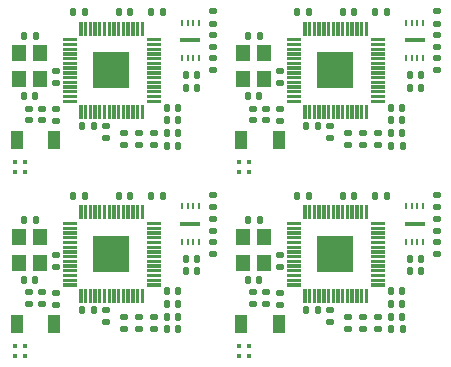
<source format=gtp>
G04 #@! TF.GenerationSoftware,KiCad,Pcbnew,7.0.2-6a45011f42~172~ubuntu22.04.1*
G04 #@! TF.CreationDate,2023-06-12T10:15:53+08:00*
G04 #@! TF.ProjectId,panel_2_2,70616e65-6c5f-4325-9f32-2e6b69636164,rev?*
G04 #@! TF.SameCoordinates,Original*
G04 #@! TF.FileFunction,Paste,Top*
G04 #@! TF.FilePolarity,Positive*
%FSLAX46Y46*%
G04 Gerber Fmt 4.6, Leading zero omitted, Abs format (unit mm)*
G04 Created by KiCad (PCBNEW 7.0.2-6a45011f42~172~ubuntu22.04.1) date 2023-06-12 10:15:53*
%MOMM*%
%LPD*%
G01*
G04 APERTURE LIST*
G04 Aperture macros list*
%AMRoundRect*
0 Rectangle with rounded corners*
0 $1 Rounding radius*
0 $2 $3 $4 $5 $6 $7 $8 $9 X,Y pos of 4 corners*
0 Add a 4 corners polygon primitive as box body*
4,1,4,$2,$3,$4,$5,$6,$7,$8,$9,$2,$3,0*
0 Add four circle primitives for the rounded corners*
1,1,$1+$1,$2,$3*
1,1,$1+$1,$4,$5*
1,1,$1+$1,$6,$7*
1,1,$1+$1,$8,$9*
0 Add four rect primitives between the rounded corners*
20,1,$1+$1,$2,$3,$4,$5,0*
20,1,$1+$1,$4,$5,$6,$7,0*
20,1,$1+$1,$6,$7,$8,$9,0*
20,1,$1+$1,$8,$9,$2,$3,0*%
G04 Aperture macros list end*
%ADD10C,0.120000*%
%ADD11RoundRect,0.140000X-0.170000X0.140000X-0.170000X-0.140000X0.170000X-0.140000X0.170000X0.140000X0*%
%ADD12RoundRect,0.140000X-0.140000X-0.170000X0.140000X-0.170000X0.140000X0.170000X-0.140000X0.170000X0*%
%ADD13R,1.000000X1.524000*%
%ADD14RoundRect,0.135000X0.185000X-0.135000X0.185000X0.135000X-0.185000X0.135000X-0.185000X-0.135000X0*%
%ADD15RoundRect,0.135000X-0.185000X0.135000X-0.185000X-0.135000X0.185000X-0.135000X0.185000X0.135000X0*%
%ADD16R,0.200000X1.100000*%
%ADD17R,1.100000X0.200000*%
%ADD18R,3.100000X3.100000*%
%ADD19RoundRect,0.140000X0.140000X0.170000X-0.140000X0.170000X-0.140000X-0.170000X0.140000X-0.170000X0*%
%ADD20R,0.450000X0.450000*%
%ADD21RoundRect,0.135000X-0.135000X-0.185000X0.135000X-0.185000X0.135000X0.185000X-0.135000X0.185000X0*%
%ADD22R,1.200000X1.400000*%
%ADD23R,0.280000X0.600000*%
%ADD24R,1.700000X0.300000*%
G04 APERTURE END LIST*
G04 #@! TO.C,U1*
D10*
X46885000Y-37915000D02*
X46685000Y-37915000D01*
X46685000Y-36815000D01*
X46885000Y-36815000D01*
X46885000Y-37915000D01*
G36*
X46885000Y-37915000D02*
G01*
X46685000Y-37915000D01*
X46685000Y-36815000D01*
X46885000Y-36815000D01*
X46885000Y-37915000D01*
G37*
X46485000Y-37915000D02*
X46285000Y-37915000D01*
X46285000Y-36815000D01*
X46485000Y-36815000D01*
X46485000Y-37915000D01*
G36*
X46485000Y-37915000D02*
G01*
X46285000Y-37915000D01*
X46285000Y-36815000D01*
X46485000Y-36815000D01*
X46485000Y-37915000D01*
G37*
X46085000Y-37915000D02*
X45885000Y-37915000D01*
X45885000Y-36815000D01*
X46085000Y-36815000D01*
X46085000Y-37915000D01*
G36*
X46085000Y-37915000D02*
G01*
X45885000Y-37915000D01*
X45885000Y-36815000D01*
X46085000Y-36815000D01*
X46085000Y-37915000D01*
G37*
X45685000Y-37915000D02*
X45485000Y-37915000D01*
X45485000Y-36815000D01*
X45685000Y-36815000D01*
X45685000Y-37915000D01*
G36*
X45685000Y-37915000D02*
G01*
X45485000Y-37915000D01*
X45485000Y-36815000D01*
X45685000Y-36815000D01*
X45685000Y-37915000D01*
G37*
X45285000Y-37915000D02*
X45085000Y-37915000D01*
X45085000Y-36815000D01*
X45285000Y-36815000D01*
X45285000Y-37915000D01*
G36*
X45285000Y-37915000D02*
G01*
X45085000Y-37915000D01*
X45085000Y-36815000D01*
X45285000Y-36815000D01*
X45285000Y-37915000D01*
G37*
X44885000Y-37915000D02*
X44685000Y-37915000D01*
X44685000Y-36815000D01*
X44885000Y-36815000D01*
X44885000Y-37915000D01*
G36*
X44885000Y-37915000D02*
G01*
X44685000Y-37915000D01*
X44685000Y-36815000D01*
X44885000Y-36815000D01*
X44885000Y-37915000D01*
G37*
X44485000Y-37915000D02*
X44285000Y-37915000D01*
X44285000Y-36815000D01*
X44485000Y-36815000D01*
X44485000Y-37915000D01*
G36*
X44485000Y-37915000D02*
G01*
X44285000Y-37915000D01*
X44285000Y-36815000D01*
X44485000Y-36815000D01*
X44485000Y-37915000D01*
G37*
X43685000Y-37915000D02*
X43485000Y-37915000D01*
X43485000Y-36815000D01*
X43685000Y-36815000D01*
X43685000Y-37915000D01*
G36*
X43685000Y-37915000D02*
G01*
X43485000Y-37915000D01*
X43485000Y-36815000D01*
X43685000Y-36815000D01*
X43685000Y-37915000D01*
G37*
X43285000Y-37915000D02*
X43085000Y-37915000D01*
X43085000Y-36815000D01*
X43285000Y-36815000D01*
X43285000Y-37915000D01*
G36*
X43285000Y-37915000D02*
G01*
X43085000Y-37915000D01*
X43085000Y-36815000D01*
X43285000Y-36815000D01*
X43285000Y-37915000D01*
G37*
X42885000Y-37915000D02*
X42685000Y-37915000D01*
X42685000Y-36815000D01*
X42885000Y-36815000D01*
X42885000Y-37915000D01*
G36*
X42885000Y-37915000D02*
G01*
X42685000Y-37915000D01*
X42685000Y-36815000D01*
X42885000Y-36815000D01*
X42885000Y-37915000D01*
G37*
X42485000Y-37915000D02*
X42285000Y-37915000D01*
X42285000Y-36815000D01*
X42485000Y-36815000D01*
X42485000Y-37915000D01*
G36*
X42485000Y-37915000D02*
G01*
X42285000Y-37915000D01*
X42285000Y-36815000D01*
X42485000Y-36815000D01*
X42485000Y-37915000D01*
G37*
X42085000Y-37915000D02*
X41885000Y-37915000D01*
X41885000Y-36815000D01*
X42085000Y-36815000D01*
X42085000Y-37915000D01*
G36*
X42085000Y-37915000D02*
G01*
X41885000Y-37915000D01*
X41885000Y-36815000D01*
X42085000Y-36815000D01*
X42085000Y-37915000D01*
G37*
X41685000Y-37915000D02*
X41485000Y-37915000D01*
X41485000Y-36815000D01*
X41685000Y-36815000D01*
X41685000Y-37915000D01*
G36*
X41685000Y-37915000D02*
G01*
X41485000Y-37915000D01*
X41485000Y-36815000D01*
X41685000Y-36815000D01*
X41685000Y-37915000D01*
G37*
X44085000Y-37915000D02*
X43885000Y-37915000D01*
X43885000Y-36815000D01*
X44085000Y-36815000D01*
X44085000Y-37915000D01*
G36*
X44085000Y-37915000D02*
G01*
X43885000Y-37915000D01*
X43885000Y-36815000D01*
X44085000Y-36815000D01*
X44085000Y-37915000D01*
G37*
X48285000Y-38415000D02*
X47185000Y-38415000D01*
X47185000Y-38215000D01*
X48285000Y-38215000D01*
X48285000Y-38415000D01*
G36*
X48285000Y-38415000D02*
G01*
X47185000Y-38415000D01*
X47185000Y-38215000D01*
X48285000Y-38215000D01*
X48285000Y-38415000D01*
G37*
X41185000Y-38415000D02*
X40085000Y-38415000D01*
X40085000Y-38215000D01*
X41185000Y-38215000D01*
X41185000Y-38415000D01*
G36*
X41185000Y-38415000D02*
G01*
X40085000Y-38415000D01*
X40085000Y-38215000D01*
X41185000Y-38215000D01*
X41185000Y-38415000D01*
G37*
X48285000Y-38815000D02*
X47185000Y-38815000D01*
X47185000Y-38615000D01*
X48285000Y-38615000D01*
X48285000Y-38815000D01*
G36*
X48285000Y-38815000D02*
G01*
X47185000Y-38815000D01*
X47185000Y-38615000D01*
X48285000Y-38615000D01*
X48285000Y-38815000D01*
G37*
X41185000Y-38815000D02*
X40085000Y-38815000D01*
X40085000Y-38615000D01*
X41185000Y-38615000D01*
X41185000Y-38815000D01*
G36*
X41185000Y-38815000D02*
G01*
X40085000Y-38815000D01*
X40085000Y-38615000D01*
X41185000Y-38615000D01*
X41185000Y-38815000D01*
G37*
X41185000Y-39215000D02*
X40085000Y-39215000D01*
X40085000Y-39015000D01*
X41185000Y-39015000D01*
X41185000Y-39215000D01*
G36*
X41185000Y-39215000D02*
G01*
X40085000Y-39215000D01*
X40085000Y-39015000D01*
X41185000Y-39015000D01*
X41185000Y-39215000D01*
G37*
X48285000Y-39215000D02*
X47185000Y-39215000D01*
X47185000Y-39015000D01*
X48285000Y-39015000D01*
X48285000Y-39215000D01*
G36*
X48285000Y-39215000D02*
G01*
X47185000Y-39215000D01*
X47185000Y-39015000D01*
X48285000Y-39015000D01*
X48285000Y-39215000D01*
G37*
X41185000Y-39615000D02*
X40085000Y-39615000D01*
X40085000Y-39415000D01*
X41185000Y-39415000D01*
X41185000Y-39615000D01*
G36*
X41185000Y-39615000D02*
G01*
X40085000Y-39615000D01*
X40085000Y-39415000D01*
X41185000Y-39415000D01*
X41185000Y-39615000D01*
G37*
X48285000Y-39615000D02*
X47185000Y-39615000D01*
X47185000Y-39415000D01*
X48285000Y-39415000D01*
X48285000Y-39615000D01*
G36*
X48285000Y-39615000D02*
G01*
X47185000Y-39615000D01*
X47185000Y-39415000D01*
X48285000Y-39415000D01*
X48285000Y-39615000D01*
G37*
X45425000Y-42155000D02*
X42945000Y-42155000D01*
X42945000Y-39675000D01*
X45425000Y-39675000D01*
X45425000Y-42155000D01*
G36*
X45425000Y-42155000D02*
G01*
X42945000Y-42155000D01*
X42945000Y-39675000D01*
X45425000Y-39675000D01*
X45425000Y-42155000D01*
G37*
X48285000Y-40015000D02*
X47185000Y-40015000D01*
X47185000Y-39815000D01*
X48285000Y-39815000D01*
X48285000Y-40015000D01*
G36*
X48285000Y-40015000D02*
G01*
X47185000Y-40015000D01*
X47185000Y-39815000D01*
X48285000Y-39815000D01*
X48285000Y-40015000D01*
G37*
X41185000Y-40015000D02*
X40085000Y-40015000D01*
X40085000Y-39815000D01*
X41185000Y-39815000D01*
X41185000Y-40015000D01*
G36*
X41185000Y-40015000D02*
G01*
X40085000Y-40015000D01*
X40085000Y-39815000D01*
X41185000Y-39815000D01*
X41185000Y-40015000D01*
G37*
X41185000Y-40415000D02*
X40085000Y-40415000D01*
X40085000Y-40215000D01*
X41185000Y-40215000D01*
X41185000Y-40415000D01*
G36*
X41185000Y-40415000D02*
G01*
X40085000Y-40415000D01*
X40085000Y-40215000D01*
X41185000Y-40215000D01*
X41185000Y-40415000D01*
G37*
X48285000Y-40415000D02*
X47185000Y-40415000D01*
X47185000Y-40215000D01*
X48285000Y-40215000D01*
X48285000Y-40415000D01*
G36*
X48285000Y-40415000D02*
G01*
X47185000Y-40415000D01*
X47185000Y-40215000D01*
X48285000Y-40215000D01*
X48285000Y-40415000D01*
G37*
X41185000Y-40815000D02*
X40085000Y-40815000D01*
X40085000Y-40615000D01*
X41185000Y-40615000D01*
X41185000Y-40815000D01*
G36*
X41185000Y-40815000D02*
G01*
X40085000Y-40815000D01*
X40085000Y-40615000D01*
X41185000Y-40615000D01*
X41185000Y-40815000D01*
G37*
X48285000Y-40815000D02*
X47185000Y-40815000D01*
X47185000Y-40615000D01*
X48285000Y-40615000D01*
X48285000Y-40815000D01*
G36*
X48285000Y-40815000D02*
G01*
X47185000Y-40815000D01*
X47185000Y-40615000D01*
X48285000Y-40615000D01*
X48285000Y-40815000D01*
G37*
X48285000Y-41215000D02*
X47185000Y-41215000D01*
X47185000Y-41015000D01*
X48285000Y-41015000D01*
X48285000Y-41215000D01*
G36*
X48285000Y-41215000D02*
G01*
X47185000Y-41215000D01*
X47185000Y-41015000D01*
X48285000Y-41015000D01*
X48285000Y-41215000D01*
G37*
X41185000Y-41215000D02*
X40085000Y-41215000D01*
X40085000Y-41015000D01*
X41185000Y-41015000D01*
X41185000Y-41215000D01*
G36*
X41185000Y-41215000D02*
G01*
X40085000Y-41215000D01*
X40085000Y-41015000D01*
X41185000Y-41015000D01*
X41185000Y-41215000D01*
G37*
X48285000Y-41615000D02*
X47185000Y-41615000D01*
X47185000Y-41415000D01*
X48285000Y-41415000D01*
X48285000Y-41615000D01*
G36*
X48285000Y-41615000D02*
G01*
X47185000Y-41615000D01*
X47185000Y-41415000D01*
X48285000Y-41415000D01*
X48285000Y-41615000D01*
G37*
X41185000Y-41615000D02*
X40085000Y-41615000D01*
X40085000Y-41415000D01*
X41185000Y-41415000D01*
X41185000Y-41615000D01*
G36*
X41185000Y-41615000D02*
G01*
X40085000Y-41615000D01*
X40085000Y-41415000D01*
X41185000Y-41415000D01*
X41185000Y-41615000D01*
G37*
X41185000Y-42015000D02*
X40085000Y-42015000D01*
X40085000Y-41815000D01*
X41185000Y-41815000D01*
X41185000Y-42015000D01*
G36*
X41185000Y-42015000D02*
G01*
X40085000Y-42015000D01*
X40085000Y-41815000D01*
X41185000Y-41815000D01*
X41185000Y-42015000D01*
G37*
X48285000Y-42015000D02*
X47185000Y-42015000D01*
X47185000Y-41815000D01*
X48285000Y-41815000D01*
X48285000Y-42015000D01*
G36*
X48285000Y-42015000D02*
G01*
X47185000Y-42015000D01*
X47185000Y-41815000D01*
X48285000Y-41815000D01*
X48285000Y-42015000D01*
G37*
X41185000Y-42415000D02*
X40085000Y-42415000D01*
X40085000Y-42215000D01*
X41185000Y-42215000D01*
X41185000Y-42415000D01*
G36*
X41185000Y-42415000D02*
G01*
X40085000Y-42415000D01*
X40085000Y-42215000D01*
X41185000Y-42215000D01*
X41185000Y-42415000D01*
G37*
X48285000Y-42415000D02*
X47185000Y-42415000D01*
X47185000Y-42215000D01*
X48285000Y-42215000D01*
X48285000Y-42415000D01*
G36*
X48285000Y-42415000D02*
G01*
X47185000Y-42415000D01*
X47185000Y-42215000D01*
X48285000Y-42215000D01*
X48285000Y-42415000D01*
G37*
X41185000Y-42815000D02*
X40085000Y-42815000D01*
X40085000Y-42615000D01*
X41185000Y-42615000D01*
X41185000Y-42815000D01*
G36*
X41185000Y-42815000D02*
G01*
X40085000Y-42815000D01*
X40085000Y-42615000D01*
X41185000Y-42615000D01*
X41185000Y-42815000D01*
G37*
X48285000Y-42815000D02*
X47185000Y-42815000D01*
X47185000Y-42615000D01*
X48285000Y-42615000D01*
X48285000Y-42815000D01*
G36*
X48285000Y-42815000D02*
G01*
X47185000Y-42815000D01*
X47185000Y-42615000D01*
X48285000Y-42615000D01*
X48285000Y-42815000D01*
G37*
X48285000Y-43215000D02*
X47185000Y-43215000D01*
X47185000Y-43015000D01*
X48285000Y-43015000D01*
X48285000Y-43215000D01*
G36*
X48285000Y-43215000D02*
G01*
X47185000Y-43215000D01*
X47185000Y-43015000D01*
X48285000Y-43015000D01*
X48285000Y-43215000D01*
G37*
X41185000Y-43215000D02*
X40085000Y-43215000D01*
X40085000Y-43015000D01*
X41185000Y-43015000D01*
X41185000Y-43215000D01*
G36*
X41185000Y-43215000D02*
G01*
X40085000Y-43215000D01*
X40085000Y-43015000D01*
X41185000Y-43015000D01*
X41185000Y-43215000D01*
G37*
X48285000Y-43615000D02*
X47185000Y-43615000D01*
X47185000Y-43415000D01*
X48285000Y-43415000D01*
X48285000Y-43615000D01*
G36*
X48285000Y-43615000D02*
G01*
X47185000Y-43615000D01*
X47185000Y-43415000D01*
X48285000Y-43415000D01*
X48285000Y-43615000D01*
G37*
X41185000Y-43615000D02*
X40085000Y-43615000D01*
X40085000Y-43415000D01*
X41185000Y-43415000D01*
X41185000Y-43615000D01*
G36*
X41185000Y-43615000D02*
G01*
X40085000Y-43615000D01*
X40085000Y-43415000D01*
X41185000Y-43415000D01*
X41185000Y-43615000D01*
G37*
X44485000Y-45015000D02*
X44285000Y-45015000D01*
X44285000Y-43915000D01*
X44485000Y-43915000D01*
X44485000Y-45015000D01*
G36*
X44485000Y-45015000D02*
G01*
X44285000Y-45015000D01*
X44285000Y-43915000D01*
X44485000Y-43915000D01*
X44485000Y-45015000D01*
G37*
X41685000Y-45015000D02*
X41485000Y-45015000D01*
X41485000Y-43915000D01*
X41685000Y-43915000D01*
X41685000Y-45015000D01*
G36*
X41685000Y-45015000D02*
G01*
X41485000Y-45015000D01*
X41485000Y-43915000D01*
X41685000Y-43915000D01*
X41685000Y-45015000D01*
G37*
X46885000Y-45015000D02*
X46685000Y-45015000D01*
X46685000Y-43915000D01*
X46885000Y-43915000D01*
X46885000Y-45015000D01*
G36*
X46885000Y-45015000D02*
G01*
X46685000Y-45015000D01*
X46685000Y-43915000D01*
X46885000Y-43915000D01*
X46885000Y-45015000D01*
G37*
X46485000Y-45015000D02*
X46285000Y-45015000D01*
X46285000Y-43915000D01*
X46485000Y-43915000D01*
X46485000Y-45015000D01*
G36*
X46485000Y-45015000D02*
G01*
X46285000Y-45015000D01*
X46285000Y-43915000D01*
X46485000Y-43915000D01*
X46485000Y-45015000D01*
G37*
X46085000Y-45015000D02*
X45885000Y-45015000D01*
X45885000Y-43915000D01*
X46085000Y-43915000D01*
X46085000Y-45015000D01*
G36*
X46085000Y-45015000D02*
G01*
X45885000Y-45015000D01*
X45885000Y-43915000D01*
X46085000Y-43915000D01*
X46085000Y-45015000D01*
G37*
X45685000Y-45015000D02*
X45485000Y-45015000D01*
X45485000Y-43915000D01*
X45685000Y-43915000D01*
X45685000Y-45015000D01*
G36*
X45685000Y-45015000D02*
G01*
X45485000Y-45015000D01*
X45485000Y-43915000D01*
X45685000Y-43915000D01*
X45685000Y-45015000D01*
G37*
X45285000Y-45015000D02*
X45085000Y-45015000D01*
X45085000Y-43915000D01*
X45285000Y-43915000D01*
X45285000Y-45015000D01*
G36*
X45285000Y-45015000D02*
G01*
X45085000Y-45015000D01*
X45085000Y-43915000D01*
X45285000Y-43915000D01*
X45285000Y-45015000D01*
G37*
X44885000Y-45015000D02*
X44685000Y-45015000D01*
X44685000Y-43915000D01*
X44885000Y-43915000D01*
X44885000Y-45015000D01*
G36*
X44885000Y-45015000D02*
G01*
X44685000Y-45015000D01*
X44685000Y-43915000D01*
X44885000Y-43915000D01*
X44885000Y-45015000D01*
G37*
X44085000Y-45015000D02*
X43885000Y-45015000D01*
X43885000Y-43915000D01*
X44085000Y-43915000D01*
X44085000Y-45015000D01*
G36*
X44085000Y-45015000D02*
G01*
X43885000Y-45015000D01*
X43885000Y-43915000D01*
X44085000Y-43915000D01*
X44085000Y-45015000D01*
G37*
X43685000Y-45015000D02*
X43485000Y-45015000D01*
X43485000Y-43915000D01*
X43685000Y-43915000D01*
X43685000Y-45015000D01*
G36*
X43685000Y-45015000D02*
G01*
X43485000Y-45015000D01*
X43485000Y-43915000D01*
X43685000Y-43915000D01*
X43685000Y-45015000D01*
G37*
X43285000Y-45015000D02*
X43085000Y-45015000D01*
X43085000Y-43915000D01*
X43285000Y-43915000D01*
X43285000Y-45015000D01*
G36*
X43285000Y-45015000D02*
G01*
X43085000Y-45015000D01*
X43085000Y-43915000D01*
X43285000Y-43915000D01*
X43285000Y-45015000D01*
G37*
X42885000Y-45015000D02*
X42685000Y-45015000D01*
X42685000Y-43915000D01*
X42885000Y-43915000D01*
X42885000Y-45015000D01*
G36*
X42885000Y-45015000D02*
G01*
X42685000Y-45015000D01*
X42685000Y-43915000D01*
X42885000Y-43915000D01*
X42885000Y-45015000D01*
G37*
X42485000Y-45015000D02*
X42285000Y-45015000D01*
X42285000Y-43915000D01*
X42485000Y-43915000D01*
X42485000Y-45015000D01*
G36*
X42485000Y-45015000D02*
G01*
X42285000Y-45015000D01*
X42285000Y-43915000D01*
X42485000Y-43915000D01*
X42485000Y-45015000D01*
G37*
X42085000Y-45015000D02*
X41885000Y-45015000D01*
X41885000Y-43915000D01*
X42085000Y-43915000D01*
X42085000Y-45015000D01*
G36*
X42085000Y-45015000D02*
G01*
X41885000Y-45015000D01*
X41885000Y-43915000D01*
X42085000Y-43915000D01*
X42085000Y-45015000D01*
G37*
X46885000Y-22355000D02*
X46685000Y-22355000D01*
X46685000Y-21255000D01*
X46885000Y-21255000D01*
X46885000Y-22355000D01*
G36*
X46885000Y-22355000D02*
G01*
X46685000Y-22355000D01*
X46685000Y-21255000D01*
X46885000Y-21255000D01*
X46885000Y-22355000D01*
G37*
X46485000Y-22355000D02*
X46285000Y-22355000D01*
X46285000Y-21255000D01*
X46485000Y-21255000D01*
X46485000Y-22355000D01*
G36*
X46485000Y-22355000D02*
G01*
X46285000Y-22355000D01*
X46285000Y-21255000D01*
X46485000Y-21255000D01*
X46485000Y-22355000D01*
G37*
X46085000Y-22355000D02*
X45885000Y-22355000D01*
X45885000Y-21255000D01*
X46085000Y-21255000D01*
X46085000Y-22355000D01*
G36*
X46085000Y-22355000D02*
G01*
X45885000Y-22355000D01*
X45885000Y-21255000D01*
X46085000Y-21255000D01*
X46085000Y-22355000D01*
G37*
X45685000Y-22355000D02*
X45485000Y-22355000D01*
X45485000Y-21255000D01*
X45685000Y-21255000D01*
X45685000Y-22355000D01*
G36*
X45685000Y-22355000D02*
G01*
X45485000Y-22355000D01*
X45485000Y-21255000D01*
X45685000Y-21255000D01*
X45685000Y-22355000D01*
G37*
X45285000Y-22355000D02*
X45085000Y-22355000D01*
X45085000Y-21255000D01*
X45285000Y-21255000D01*
X45285000Y-22355000D01*
G36*
X45285000Y-22355000D02*
G01*
X45085000Y-22355000D01*
X45085000Y-21255000D01*
X45285000Y-21255000D01*
X45285000Y-22355000D01*
G37*
X44885000Y-22355000D02*
X44685000Y-22355000D01*
X44685000Y-21255000D01*
X44885000Y-21255000D01*
X44885000Y-22355000D01*
G36*
X44885000Y-22355000D02*
G01*
X44685000Y-22355000D01*
X44685000Y-21255000D01*
X44885000Y-21255000D01*
X44885000Y-22355000D01*
G37*
X44485000Y-22355000D02*
X44285000Y-22355000D01*
X44285000Y-21255000D01*
X44485000Y-21255000D01*
X44485000Y-22355000D01*
G36*
X44485000Y-22355000D02*
G01*
X44285000Y-22355000D01*
X44285000Y-21255000D01*
X44485000Y-21255000D01*
X44485000Y-22355000D01*
G37*
X43685000Y-22355000D02*
X43485000Y-22355000D01*
X43485000Y-21255000D01*
X43685000Y-21255000D01*
X43685000Y-22355000D01*
G36*
X43685000Y-22355000D02*
G01*
X43485000Y-22355000D01*
X43485000Y-21255000D01*
X43685000Y-21255000D01*
X43685000Y-22355000D01*
G37*
X43285000Y-22355000D02*
X43085000Y-22355000D01*
X43085000Y-21255000D01*
X43285000Y-21255000D01*
X43285000Y-22355000D01*
G36*
X43285000Y-22355000D02*
G01*
X43085000Y-22355000D01*
X43085000Y-21255000D01*
X43285000Y-21255000D01*
X43285000Y-22355000D01*
G37*
X42885000Y-22355000D02*
X42685000Y-22355000D01*
X42685000Y-21255000D01*
X42885000Y-21255000D01*
X42885000Y-22355000D01*
G36*
X42885000Y-22355000D02*
G01*
X42685000Y-22355000D01*
X42685000Y-21255000D01*
X42885000Y-21255000D01*
X42885000Y-22355000D01*
G37*
X42485000Y-22355000D02*
X42285000Y-22355000D01*
X42285000Y-21255000D01*
X42485000Y-21255000D01*
X42485000Y-22355000D01*
G36*
X42485000Y-22355000D02*
G01*
X42285000Y-22355000D01*
X42285000Y-21255000D01*
X42485000Y-21255000D01*
X42485000Y-22355000D01*
G37*
X42085000Y-22355000D02*
X41885000Y-22355000D01*
X41885000Y-21255000D01*
X42085000Y-21255000D01*
X42085000Y-22355000D01*
G36*
X42085000Y-22355000D02*
G01*
X41885000Y-22355000D01*
X41885000Y-21255000D01*
X42085000Y-21255000D01*
X42085000Y-22355000D01*
G37*
X41685000Y-22355000D02*
X41485000Y-22355000D01*
X41485000Y-21255000D01*
X41685000Y-21255000D01*
X41685000Y-22355000D01*
G36*
X41685000Y-22355000D02*
G01*
X41485000Y-22355000D01*
X41485000Y-21255000D01*
X41685000Y-21255000D01*
X41685000Y-22355000D01*
G37*
X44085000Y-22355000D02*
X43885000Y-22355000D01*
X43885000Y-21255000D01*
X44085000Y-21255000D01*
X44085000Y-22355000D01*
G36*
X44085000Y-22355000D02*
G01*
X43885000Y-22355000D01*
X43885000Y-21255000D01*
X44085000Y-21255000D01*
X44085000Y-22355000D01*
G37*
X48285000Y-22855000D02*
X47185000Y-22855000D01*
X47185000Y-22655000D01*
X48285000Y-22655000D01*
X48285000Y-22855000D01*
G36*
X48285000Y-22855000D02*
G01*
X47185000Y-22855000D01*
X47185000Y-22655000D01*
X48285000Y-22655000D01*
X48285000Y-22855000D01*
G37*
X41185000Y-22855000D02*
X40085000Y-22855000D01*
X40085000Y-22655000D01*
X41185000Y-22655000D01*
X41185000Y-22855000D01*
G36*
X41185000Y-22855000D02*
G01*
X40085000Y-22855000D01*
X40085000Y-22655000D01*
X41185000Y-22655000D01*
X41185000Y-22855000D01*
G37*
X48285000Y-23255000D02*
X47185000Y-23255000D01*
X47185000Y-23055000D01*
X48285000Y-23055000D01*
X48285000Y-23255000D01*
G36*
X48285000Y-23255000D02*
G01*
X47185000Y-23255000D01*
X47185000Y-23055000D01*
X48285000Y-23055000D01*
X48285000Y-23255000D01*
G37*
X41185000Y-23255000D02*
X40085000Y-23255000D01*
X40085000Y-23055000D01*
X41185000Y-23055000D01*
X41185000Y-23255000D01*
G36*
X41185000Y-23255000D02*
G01*
X40085000Y-23255000D01*
X40085000Y-23055000D01*
X41185000Y-23055000D01*
X41185000Y-23255000D01*
G37*
X41185000Y-23655000D02*
X40085000Y-23655000D01*
X40085000Y-23455000D01*
X41185000Y-23455000D01*
X41185000Y-23655000D01*
G36*
X41185000Y-23655000D02*
G01*
X40085000Y-23655000D01*
X40085000Y-23455000D01*
X41185000Y-23455000D01*
X41185000Y-23655000D01*
G37*
X48285000Y-23655000D02*
X47185000Y-23655000D01*
X47185000Y-23455000D01*
X48285000Y-23455000D01*
X48285000Y-23655000D01*
G36*
X48285000Y-23655000D02*
G01*
X47185000Y-23655000D01*
X47185000Y-23455000D01*
X48285000Y-23455000D01*
X48285000Y-23655000D01*
G37*
X41185000Y-24055000D02*
X40085000Y-24055000D01*
X40085000Y-23855000D01*
X41185000Y-23855000D01*
X41185000Y-24055000D01*
G36*
X41185000Y-24055000D02*
G01*
X40085000Y-24055000D01*
X40085000Y-23855000D01*
X41185000Y-23855000D01*
X41185000Y-24055000D01*
G37*
X48285000Y-24055000D02*
X47185000Y-24055000D01*
X47185000Y-23855000D01*
X48285000Y-23855000D01*
X48285000Y-24055000D01*
G36*
X48285000Y-24055000D02*
G01*
X47185000Y-24055000D01*
X47185000Y-23855000D01*
X48285000Y-23855000D01*
X48285000Y-24055000D01*
G37*
X45425000Y-26595000D02*
X42945000Y-26595000D01*
X42945000Y-24115000D01*
X45425000Y-24115000D01*
X45425000Y-26595000D01*
G36*
X45425000Y-26595000D02*
G01*
X42945000Y-26595000D01*
X42945000Y-24115000D01*
X45425000Y-24115000D01*
X45425000Y-26595000D01*
G37*
X48285000Y-24455000D02*
X47185000Y-24455000D01*
X47185000Y-24255000D01*
X48285000Y-24255000D01*
X48285000Y-24455000D01*
G36*
X48285000Y-24455000D02*
G01*
X47185000Y-24455000D01*
X47185000Y-24255000D01*
X48285000Y-24255000D01*
X48285000Y-24455000D01*
G37*
X41185000Y-24455000D02*
X40085000Y-24455000D01*
X40085000Y-24255000D01*
X41185000Y-24255000D01*
X41185000Y-24455000D01*
G36*
X41185000Y-24455000D02*
G01*
X40085000Y-24455000D01*
X40085000Y-24255000D01*
X41185000Y-24255000D01*
X41185000Y-24455000D01*
G37*
X41185000Y-24855000D02*
X40085000Y-24855000D01*
X40085000Y-24655000D01*
X41185000Y-24655000D01*
X41185000Y-24855000D01*
G36*
X41185000Y-24855000D02*
G01*
X40085000Y-24855000D01*
X40085000Y-24655000D01*
X41185000Y-24655000D01*
X41185000Y-24855000D01*
G37*
X48285000Y-24855000D02*
X47185000Y-24855000D01*
X47185000Y-24655000D01*
X48285000Y-24655000D01*
X48285000Y-24855000D01*
G36*
X48285000Y-24855000D02*
G01*
X47185000Y-24855000D01*
X47185000Y-24655000D01*
X48285000Y-24655000D01*
X48285000Y-24855000D01*
G37*
X41185000Y-25255000D02*
X40085000Y-25255000D01*
X40085000Y-25055000D01*
X41185000Y-25055000D01*
X41185000Y-25255000D01*
G36*
X41185000Y-25255000D02*
G01*
X40085000Y-25255000D01*
X40085000Y-25055000D01*
X41185000Y-25055000D01*
X41185000Y-25255000D01*
G37*
X48285000Y-25255000D02*
X47185000Y-25255000D01*
X47185000Y-25055000D01*
X48285000Y-25055000D01*
X48285000Y-25255000D01*
G36*
X48285000Y-25255000D02*
G01*
X47185000Y-25255000D01*
X47185000Y-25055000D01*
X48285000Y-25055000D01*
X48285000Y-25255000D01*
G37*
X48285000Y-25655000D02*
X47185000Y-25655000D01*
X47185000Y-25455000D01*
X48285000Y-25455000D01*
X48285000Y-25655000D01*
G36*
X48285000Y-25655000D02*
G01*
X47185000Y-25655000D01*
X47185000Y-25455000D01*
X48285000Y-25455000D01*
X48285000Y-25655000D01*
G37*
X41185000Y-25655000D02*
X40085000Y-25655000D01*
X40085000Y-25455000D01*
X41185000Y-25455000D01*
X41185000Y-25655000D01*
G36*
X41185000Y-25655000D02*
G01*
X40085000Y-25655000D01*
X40085000Y-25455000D01*
X41185000Y-25455000D01*
X41185000Y-25655000D01*
G37*
X48285000Y-26055000D02*
X47185000Y-26055000D01*
X47185000Y-25855000D01*
X48285000Y-25855000D01*
X48285000Y-26055000D01*
G36*
X48285000Y-26055000D02*
G01*
X47185000Y-26055000D01*
X47185000Y-25855000D01*
X48285000Y-25855000D01*
X48285000Y-26055000D01*
G37*
X41185000Y-26055000D02*
X40085000Y-26055000D01*
X40085000Y-25855000D01*
X41185000Y-25855000D01*
X41185000Y-26055000D01*
G36*
X41185000Y-26055000D02*
G01*
X40085000Y-26055000D01*
X40085000Y-25855000D01*
X41185000Y-25855000D01*
X41185000Y-26055000D01*
G37*
X41185000Y-26455000D02*
X40085000Y-26455000D01*
X40085000Y-26255000D01*
X41185000Y-26255000D01*
X41185000Y-26455000D01*
G36*
X41185000Y-26455000D02*
G01*
X40085000Y-26455000D01*
X40085000Y-26255000D01*
X41185000Y-26255000D01*
X41185000Y-26455000D01*
G37*
X48285000Y-26455000D02*
X47185000Y-26455000D01*
X47185000Y-26255000D01*
X48285000Y-26255000D01*
X48285000Y-26455000D01*
G36*
X48285000Y-26455000D02*
G01*
X47185000Y-26455000D01*
X47185000Y-26255000D01*
X48285000Y-26255000D01*
X48285000Y-26455000D01*
G37*
X41185000Y-26855000D02*
X40085000Y-26855000D01*
X40085000Y-26655000D01*
X41185000Y-26655000D01*
X41185000Y-26855000D01*
G36*
X41185000Y-26855000D02*
G01*
X40085000Y-26855000D01*
X40085000Y-26655000D01*
X41185000Y-26655000D01*
X41185000Y-26855000D01*
G37*
X48285000Y-26855000D02*
X47185000Y-26855000D01*
X47185000Y-26655000D01*
X48285000Y-26655000D01*
X48285000Y-26855000D01*
G36*
X48285000Y-26855000D02*
G01*
X47185000Y-26855000D01*
X47185000Y-26655000D01*
X48285000Y-26655000D01*
X48285000Y-26855000D01*
G37*
X41185000Y-27255000D02*
X40085000Y-27255000D01*
X40085000Y-27055000D01*
X41185000Y-27055000D01*
X41185000Y-27255000D01*
G36*
X41185000Y-27255000D02*
G01*
X40085000Y-27255000D01*
X40085000Y-27055000D01*
X41185000Y-27055000D01*
X41185000Y-27255000D01*
G37*
X48285000Y-27255000D02*
X47185000Y-27255000D01*
X47185000Y-27055000D01*
X48285000Y-27055000D01*
X48285000Y-27255000D01*
G36*
X48285000Y-27255000D02*
G01*
X47185000Y-27255000D01*
X47185000Y-27055000D01*
X48285000Y-27055000D01*
X48285000Y-27255000D01*
G37*
X48285000Y-27655000D02*
X47185000Y-27655000D01*
X47185000Y-27455000D01*
X48285000Y-27455000D01*
X48285000Y-27655000D01*
G36*
X48285000Y-27655000D02*
G01*
X47185000Y-27655000D01*
X47185000Y-27455000D01*
X48285000Y-27455000D01*
X48285000Y-27655000D01*
G37*
X41185000Y-27655000D02*
X40085000Y-27655000D01*
X40085000Y-27455000D01*
X41185000Y-27455000D01*
X41185000Y-27655000D01*
G36*
X41185000Y-27655000D02*
G01*
X40085000Y-27655000D01*
X40085000Y-27455000D01*
X41185000Y-27455000D01*
X41185000Y-27655000D01*
G37*
X48285000Y-28055000D02*
X47185000Y-28055000D01*
X47185000Y-27855000D01*
X48285000Y-27855000D01*
X48285000Y-28055000D01*
G36*
X48285000Y-28055000D02*
G01*
X47185000Y-28055000D01*
X47185000Y-27855000D01*
X48285000Y-27855000D01*
X48285000Y-28055000D01*
G37*
X41185000Y-28055000D02*
X40085000Y-28055000D01*
X40085000Y-27855000D01*
X41185000Y-27855000D01*
X41185000Y-28055000D01*
G36*
X41185000Y-28055000D02*
G01*
X40085000Y-28055000D01*
X40085000Y-27855000D01*
X41185000Y-27855000D01*
X41185000Y-28055000D01*
G37*
X44485000Y-29455000D02*
X44285000Y-29455000D01*
X44285000Y-28355000D01*
X44485000Y-28355000D01*
X44485000Y-29455000D01*
G36*
X44485000Y-29455000D02*
G01*
X44285000Y-29455000D01*
X44285000Y-28355000D01*
X44485000Y-28355000D01*
X44485000Y-29455000D01*
G37*
X41685000Y-29455000D02*
X41485000Y-29455000D01*
X41485000Y-28355000D01*
X41685000Y-28355000D01*
X41685000Y-29455000D01*
G36*
X41685000Y-29455000D02*
G01*
X41485000Y-29455000D01*
X41485000Y-28355000D01*
X41685000Y-28355000D01*
X41685000Y-29455000D01*
G37*
X46885000Y-29455000D02*
X46685000Y-29455000D01*
X46685000Y-28355000D01*
X46885000Y-28355000D01*
X46885000Y-29455000D01*
G36*
X46885000Y-29455000D02*
G01*
X46685000Y-29455000D01*
X46685000Y-28355000D01*
X46885000Y-28355000D01*
X46885000Y-29455000D01*
G37*
X46485000Y-29455000D02*
X46285000Y-29455000D01*
X46285000Y-28355000D01*
X46485000Y-28355000D01*
X46485000Y-29455000D01*
G36*
X46485000Y-29455000D02*
G01*
X46285000Y-29455000D01*
X46285000Y-28355000D01*
X46485000Y-28355000D01*
X46485000Y-29455000D01*
G37*
X46085000Y-29455000D02*
X45885000Y-29455000D01*
X45885000Y-28355000D01*
X46085000Y-28355000D01*
X46085000Y-29455000D01*
G36*
X46085000Y-29455000D02*
G01*
X45885000Y-29455000D01*
X45885000Y-28355000D01*
X46085000Y-28355000D01*
X46085000Y-29455000D01*
G37*
X45685000Y-29455000D02*
X45485000Y-29455000D01*
X45485000Y-28355000D01*
X45685000Y-28355000D01*
X45685000Y-29455000D01*
G36*
X45685000Y-29455000D02*
G01*
X45485000Y-29455000D01*
X45485000Y-28355000D01*
X45685000Y-28355000D01*
X45685000Y-29455000D01*
G37*
X45285000Y-29455000D02*
X45085000Y-29455000D01*
X45085000Y-28355000D01*
X45285000Y-28355000D01*
X45285000Y-29455000D01*
G36*
X45285000Y-29455000D02*
G01*
X45085000Y-29455000D01*
X45085000Y-28355000D01*
X45285000Y-28355000D01*
X45285000Y-29455000D01*
G37*
X44885000Y-29455000D02*
X44685000Y-29455000D01*
X44685000Y-28355000D01*
X44885000Y-28355000D01*
X44885000Y-29455000D01*
G36*
X44885000Y-29455000D02*
G01*
X44685000Y-29455000D01*
X44685000Y-28355000D01*
X44885000Y-28355000D01*
X44885000Y-29455000D01*
G37*
X44085000Y-29455000D02*
X43885000Y-29455000D01*
X43885000Y-28355000D01*
X44085000Y-28355000D01*
X44085000Y-29455000D01*
G36*
X44085000Y-29455000D02*
G01*
X43885000Y-29455000D01*
X43885000Y-28355000D01*
X44085000Y-28355000D01*
X44085000Y-29455000D01*
G37*
X43685000Y-29455000D02*
X43485000Y-29455000D01*
X43485000Y-28355000D01*
X43685000Y-28355000D01*
X43685000Y-29455000D01*
G36*
X43685000Y-29455000D02*
G01*
X43485000Y-29455000D01*
X43485000Y-28355000D01*
X43685000Y-28355000D01*
X43685000Y-29455000D01*
G37*
X43285000Y-29455000D02*
X43085000Y-29455000D01*
X43085000Y-28355000D01*
X43285000Y-28355000D01*
X43285000Y-29455000D01*
G36*
X43285000Y-29455000D02*
G01*
X43085000Y-29455000D01*
X43085000Y-28355000D01*
X43285000Y-28355000D01*
X43285000Y-29455000D01*
G37*
X42885000Y-29455000D02*
X42685000Y-29455000D01*
X42685000Y-28355000D01*
X42885000Y-28355000D01*
X42885000Y-29455000D01*
G36*
X42885000Y-29455000D02*
G01*
X42685000Y-29455000D01*
X42685000Y-28355000D01*
X42885000Y-28355000D01*
X42885000Y-29455000D01*
G37*
X42485000Y-29455000D02*
X42285000Y-29455000D01*
X42285000Y-28355000D01*
X42485000Y-28355000D01*
X42485000Y-29455000D01*
G36*
X42485000Y-29455000D02*
G01*
X42285000Y-29455000D01*
X42285000Y-28355000D01*
X42485000Y-28355000D01*
X42485000Y-29455000D01*
G37*
X42085000Y-29455000D02*
X41885000Y-29455000D01*
X41885000Y-28355000D01*
X42085000Y-28355000D01*
X42085000Y-29455000D01*
G36*
X42085000Y-29455000D02*
G01*
X41885000Y-29455000D01*
X41885000Y-28355000D01*
X42085000Y-28355000D01*
X42085000Y-29455000D01*
G37*
X27915000Y-37915000D02*
X27715000Y-37915000D01*
X27715000Y-36815000D01*
X27915000Y-36815000D01*
X27915000Y-37915000D01*
G36*
X27915000Y-37915000D02*
G01*
X27715000Y-37915000D01*
X27715000Y-36815000D01*
X27915000Y-36815000D01*
X27915000Y-37915000D01*
G37*
X27515000Y-37915000D02*
X27315000Y-37915000D01*
X27315000Y-36815000D01*
X27515000Y-36815000D01*
X27515000Y-37915000D01*
G36*
X27515000Y-37915000D02*
G01*
X27315000Y-37915000D01*
X27315000Y-36815000D01*
X27515000Y-36815000D01*
X27515000Y-37915000D01*
G37*
X27115000Y-37915000D02*
X26915000Y-37915000D01*
X26915000Y-36815000D01*
X27115000Y-36815000D01*
X27115000Y-37915000D01*
G36*
X27115000Y-37915000D02*
G01*
X26915000Y-37915000D01*
X26915000Y-36815000D01*
X27115000Y-36815000D01*
X27115000Y-37915000D01*
G37*
X26715000Y-37915000D02*
X26515000Y-37915000D01*
X26515000Y-36815000D01*
X26715000Y-36815000D01*
X26715000Y-37915000D01*
G36*
X26715000Y-37915000D02*
G01*
X26515000Y-37915000D01*
X26515000Y-36815000D01*
X26715000Y-36815000D01*
X26715000Y-37915000D01*
G37*
X26315000Y-37915000D02*
X26115000Y-37915000D01*
X26115000Y-36815000D01*
X26315000Y-36815000D01*
X26315000Y-37915000D01*
G36*
X26315000Y-37915000D02*
G01*
X26115000Y-37915000D01*
X26115000Y-36815000D01*
X26315000Y-36815000D01*
X26315000Y-37915000D01*
G37*
X25915000Y-37915000D02*
X25715000Y-37915000D01*
X25715000Y-36815000D01*
X25915000Y-36815000D01*
X25915000Y-37915000D01*
G36*
X25915000Y-37915000D02*
G01*
X25715000Y-37915000D01*
X25715000Y-36815000D01*
X25915000Y-36815000D01*
X25915000Y-37915000D01*
G37*
X25515000Y-37915000D02*
X25315000Y-37915000D01*
X25315000Y-36815000D01*
X25515000Y-36815000D01*
X25515000Y-37915000D01*
G36*
X25515000Y-37915000D02*
G01*
X25315000Y-37915000D01*
X25315000Y-36815000D01*
X25515000Y-36815000D01*
X25515000Y-37915000D01*
G37*
X24715000Y-37915000D02*
X24515000Y-37915000D01*
X24515000Y-36815000D01*
X24715000Y-36815000D01*
X24715000Y-37915000D01*
G36*
X24715000Y-37915000D02*
G01*
X24515000Y-37915000D01*
X24515000Y-36815000D01*
X24715000Y-36815000D01*
X24715000Y-37915000D01*
G37*
X24315000Y-37915000D02*
X24115000Y-37915000D01*
X24115000Y-36815000D01*
X24315000Y-36815000D01*
X24315000Y-37915000D01*
G36*
X24315000Y-37915000D02*
G01*
X24115000Y-37915000D01*
X24115000Y-36815000D01*
X24315000Y-36815000D01*
X24315000Y-37915000D01*
G37*
X23915000Y-37915000D02*
X23715000Y-37915000D01*
X23715000Y-36815000D01*
X23915000Y-36815000D01*
X23915000Y-37915000D01*
G36*
X23915000Y-37915000D02*
G01*
X23715000Y-37915000D01*
X23715000Y-36815000D01*
X23915000Y-36815000D01*
X23915000Y-37915000D01*
G37*
X23515000Y-37915000D02*
X23315000Y-37915000D01*
X23315000Y-36815000D01*
X23515000Y-36815000D01*
X23515000Y-37915000D01*
G36*
X23515000Y-37915000D02*
G01*
X23315000Y-37915000D01*
X23315000Y-36815000D01*
X23515000Y-36815000D01*
X23515000Y-37915000D01*
G37*
X23115000Y-37915000D02*
X22915000Y-37915000D01*
X22915000Y-36815000D01*
X23115000Y-36815000D01*
X23115000Y-37915000D01*
G36*
X23115000Y-37915000D02*
G01*
X22915000Y-37915000D01*
X22915000Y-36815000D01*
X23115000Y-36815000D01*
X23115000Y-37915000D01*
G37*
X22715000Y-37915000D02*
X22515000Y-37915000D01*
X22515000Y-36815000D01*
X22715000Y-36815000D01*
X22715000Y-37915000D01*
G36*
X22715000Y-37915000D02*
G01*
X22515000Y-37915000D01*
X22515000Y-36815000D01*
X22715000Y-36815000D01*
X22715000Y-37915000D01*
G37*
X25115000Y-37915000D02*
X24915000Y-37915000D01*
X24915000Y-36815000D01*
X25115000Y-36815000D01*
X25115000Y-37915000D01*
G36*
X25115000Y-37915000D02*
G01*
X24915000Y-37915000D01*
X24915000Y-36815000D01*
X25115000Y-36815000D01*
X25115000Y-37915000D01*
G37*
X29315000Y-38415000D02*
X28215000Y-38415000D01*
X28215000Y-38215000D01*
X29315000Y-38215000D01*
X29315000Y-38415000D01*
G36*
X29315000Y-38415000D02*
G01*
X28215000Y-38415000D01*
X28215000Y-38215000D01*
X29315000Y-38215000D01*
X29315000Y-38415000D01*
G37*
X22215000Y-38415000D02*
X21115000Y-38415000D01*
X21115000Y-38215000D01*
X22215000Y-38215000D01*
X22215000Y-38415000D01*
G36*
X22215000Y-38415000D02*
G01*
X21115000Y-38415000D01*
X21115000Y-38215000D01*
X22215000Y-38215000D01*
X22215000Y-38415000D01*
G37*
X29315000Y-38815000D02*
X28215000Y-38815000D01*
X28215000Y-38615000D01*
X29315000Y-38615000D01*
X29315000Y-38815000D01*
G36*
X29315000Y-38815000D02*
G01*
X28215000Y-38815000D01*
X28215000Y-38615000D01*
X29315000Y-38615000D01*
X29315000Y-38815000D01*
G37*
X22215000Y-38815000D02*
X21115000Y-38815000D01*
X21115000Y-38615000D01*
X22215000Y-38615000D01*
X22215000Y-38815000D01*
G36*
X22215000Y-38815000D02*
G01*
X21115000Y-38815000D01*
X21115000Y-38615000D01*
X22215000Y-38615000D01*
X22215000Y-38815000D01*
G37*
X22215000Y-39215000D02*
X21115000Y-39215000D01*
X21115000Y-39015000D01*
X22215000Y-39015000D01*
X22215000Y-39215000D01*
G36*
X22215000Y-39215000D02*
G01*
X21115000Y-39215000D01*
X21115000Y-39015000D01*
X22215000Y-39015000D01*
X22215000Y-39215000D01*
G37*
X29315000Y-39215000D02*
X28215000Y-39215000D01*
X28215000Y-39015000D01*
X29315000Y-39015000D01*
X29315000Y-39215000D01*
G36*
X29315000Y-39215000D02*
G01*
X28215000Y-39215000D01*
X28215000Y-39015000D01*
X29315000Y-39015000D01*
X29315000Y-39215000D01*
G37*
X22215000Y-39615000D02*
X21115000Y-39615000D01*
X21115000Y-39415000D01*
X22215000Y-39415000D01*
X22215000Y-39615000D01*
G36*
X22215000Y-39615000D02*
G01*
X21115000Y-39615000D01*
X21115000Y-39415000D01*
X22215000Y-39415000D01*
X22215000Y-39615000D01*
G37*
X29315000Y-39615000D02*
X28215000Y-39615000D01*
X28215000Y-39415000D01*
X29315000Y-39415000D01*
X29315000Y-39615000D01*
G36*
X29315000Y-39615000D02*
G01*
X28215000Y-39615000D01*
X28215000Y-39415000D01*
X29315000Y-39415000D01*
X29315000Y-39615000D01*
G37*
X26455000Y-42155000D02*
X23975000Y-42155000D01*
X23975000Y-39675000D01*
X26455000Y-39675000D01*
X26455000Y-42155000D01*
G36*
X26455000Y-42155000D02*
G01*
X23975000Y-42155000D01*
X23975000Y-39675000D01*
X26455000Y-39675000D01*
X26455000Y-42155000D01*
G37*
X29315000Y-40015000D02*
X28215000Y-40015000D01*
X28215000Y-39815000D01*
X29315000Y-39815000D01*
X29315000Y-40015000D01*
G36*
X29315000Y-40015000D02*
G01*
X28215000Y-40015000D01*
X28215000Y-39815000D01*
X29315000Y-39815000D01*
X29315000Y-40015000D01*
G37*
X22215000Y-40015000D02*
X21115000Y-40015000D01*
X21115000Y-39815000D01*
X22215000Y-39815000D01*
X22215000Y-40015000D01*
G36*
X22215000Y-40015000D02*
G01*
X21115000Y-40015000D01*
X21115000Y-39815000D01*
X22215000Y-39815000D01*
X22215000Y-40015000D01*
G37*
X22215000Y-40415000D02*
X21115000Y-40415000D01*
X21115000Y-40215000D01*
X22215000Y-40215000D01*
X22215000Y-40415000D01*
G36*
X22215000Y-40415000D02*
G01*
X21115000Y-40415000D01*
X21115000Y-40215000D01*
X22215000Y-40215000D01*
X22215000Y-40415000D01*
G37*
X29315000Y-40415000D02*
X28215000Y-40415000D01*
X28215000Y-40215000D01*
X29315000Y-40215000D01*
X29315000Y-40415000D01*
G36*
X29315000Y-40415000D02*
G01*
X28215000Y-40415000D01*
X28215000Y-40215000D01*
X29315000Y-40215000D01*
X29315000Y-40415000D01*
G37*
X22215000Y-40815000D02*
X21115000Y-40815000D01*
X21115000Y-40615000D01*
X22215000Y-40615000D01*
X22215000Y-40815000D01*
G36*
X22215000Y-40815000D02*
G01*
X21115000Y-40815000D01*
X21115000Y-40615000D01*
X22215000Y-40615000D01*
X22215000Y-40815000D01*
G37*
X29315000Y-40815000D02*
X28215000Y-40815000D01*
X28215000Y-40615000D01*
X29315000Y-40615000D01*
X29315000Y-40815000D01*
G36*
X29315000Y-40815000D02*
G01*
X28215000Y-40815000D01*
X28215000Y-40615000D01*
X29315000Y-40615000D01*
X29315000Y-40815000D01*
G37*
X29315000Y-41215000D02*
X28215000Y-41215000D01*
X28215000Y-41015000D01*
X29315000Y-41015000D01*
X29315000Y-41215000D01*
G36*
X29315000Y-41215000D02*
G01*
X28215000Y-41215000D01*
X28215000Y-41015000D01*
X29315000Y-41015000D01*
X29315000Y-41215000D01*
G37*
X22215000Y-41215000D02*
X21115000Y-41215000D01*
X21115000Y-41015000D01*
X22215000Y-41015000D01*
X22215000Y-41215000D01*
G36*
X22215000Y-41215000D02*
G01*
X21115000Y-41215000D01*
X21115000Y-41015000D01*
X22215000Y-41015000D01*
X22215000Y-41215000D01*
G37*
X29315000Y-41615000D02*
X28215000Y-41615000D01*
X28215000Y-41415000D01*
X29315000Y-41415000D01*
X29315000Y-41615000D01*
G36*
X29315000Y-41615000D02*
G01*
X28215000Y-41615000D01*
X28215000Y-41415000D01*
X29315000Y-41415000D01*
X29315000Y-41615000D01*
G37*
X22215000Y-41615000D02*
X21115000Y-41615000D01*
X21115000Y-41415000D01*
X22215000Y-41415000D01*
X22215000Y-41615000D01*
G36*
X22215000Y-41615000D02*
G01*
X21115000Y-41615000D01*
X21115000Y-41415000D01*
X22215000Y-41415000D01*
X22215000Y-41615000D01*
G37*
X22215000Y-42015000D02*
X21115000Y-42015000D01*
X21115000Y-41815000D01*
X22215000Y-41815000D01*
X22215000Y-42015000D01*
G36*
X22215000Y-42015000D02*
G01*
X21115000Y-42015000D01*
X21115000Y-41815000D01*
X22215000Y-41815000D01*
X22215000Y-42015000D01*
G37*
X29315000Y-42015000D02*
X28215000Y-42015000D01*
X28215000Y-41815000D01*
X29315000Y-41815000D01*
X29315000Y-42015000D01*
G36*
X29315000Y-42015000D02*
G01*
X28215000Y-42015000D01*
X28215000Y-41815000D01*
X29315000Y-41815000D01*
X29315000Y-42015000D01*
G37*
X22215000Y-42415000D02*
X21115000Y-42415000D01*
X21115000Y-42215000D01*
X22215000Y-42215000D01*
X22215000Y-42415000D01*
G36*
X22215000Y-42415000D02*
G01*
X21115000Y-42415000D01*
X21115000Y-42215000D01*
X22215000Y-42215000D01*
X22215000Y-42415000D01*
G37*
X29315000Y-42415000D02*
X28215000Y-42415000D01*
X28215000Y-42215000D01*
X29315000Y-42215000D01*
X29315000Y-42415000D01*
G36*
X29315000Y-42415000D02*
G01*
X28215000Y-42415000D01*
X28215000Y-42215000D01*
X29315000Y-42215000D01*
X29315000Y-42415000D01*
G37*
X22215000Y-42815000D02*
X21115000Y-42815000D01*
X21115000Y-42615000D01*
X22215000Y-42615000D01*
X22215000Y-42815000D01*
G36*
X22215000Y-42815000D02*
G01*
X21115000Y-42815000D01*
X21115000Y-42615000D01*
X22215000Y-42615000D01*
X22215000Y-42815000D01*
G37*
X29315000Y-42815000D02*
X28215000Y-42815000D01*
X28215000Y-42615000D01*
X29315000Y-42615000D01*
X29315000Y-42815000D01*
G36*
X29315000Y-42815000D02*
G01*
X28215000Y-42815000D01*
X28215000Y-42615000D01*
X29315000Y-42615000D01*
X29315000Y-42815000D01*
G37*
X29315000Y-43215000D02*
X28215000Y-43215000D01*
X28215000Y-43015000D01*
X29315000Y-43015000D01*
X29315000Y-43215000D01*
G36*
X29315000Y-43215000D02*
G01*
X28215000Y-43215000D01*
X28215000Y-43015000D01*
X29315000Y-43015000D01*
X29315000Y-43215000D01*
G37*
X22215000Y-43215000D02*
X21115000Y-43215000D01*
X21115000Y-43015000D01*
X22215000Y-43015000D01*
X22215000Y-43215000D01*
G36*
X22215000Y-43215000D02*
G01*
X21115000Y-43215000D01*
X21115000Y-43015000D01*
X22215000Y-43015000D01*
X22215000Y-43215000D01*
G37*
X29315000Y-43615000D02*
X28215000Y-43615000D01*
X28215000Y-43415000D01*
X29315000Y-43415000D01*
X29315000Y-43615000D01*
G36*
X29315000Y-43615000D02*
G01*
X28215000Y-43615000D01*
X28215000Y-43415000D01*
X29315000Y-43415000D01*
X29315000Y-43615000D01*
G37*
X22215000Y-43615000D02*
X21115000Y-43615000D01*
X21115000Y-43415000D01*
X22215000Y-43415000D01*
X22215000Y-43615000D01*
G36*
X22215000Y-43615000D02*
G01*
X21115000Y-43615000D01*
X21115000Y-43415000D01*
X22215000Y-43415000D01*
X22215000Y-43615000D01*
G37*
X25515000Y-45015000D02*
X25315000Y-45015000D01*
X25315000Y-43915000D01*
X25515000Y-43915000D01*
X25515000Y-45015000D01*
G36*
X25515000Y-45015000D02*
G01*
X25315000Y-45015000D01*
X25315000Y-43915000D01*
X25515000Y-43915000D01*
X25515000Y-45015000D01*
G37*
X22715000Y-45015000D02*
X22515000Y-45015000D01*
X22515000Y-43915000D01*
X22715000Y-43915000D01*
X22715000Y-45015000D01*
G36*
X22715000Y-45015000D02*
G01*
X22515000Y-45015000D01*
X22515000Y-43915000D01*
X22715000Y-43915000D01*
X22715000Y-45015000D01*
G37*
X27915000Y-45015000D02*
X27715000Y-45015000D01*
X27715000Y-43915000D01*
X27915000Y-43915000D01*
X27915000Y-45015000D01*
G36*
X27915000Y-45015000D02*
G01*
X27715000Y-45015000D01*
X27715000Y-43915000D01*
X27915000Y-43915000D01*
X27915000Y-45015000D01*
G37*
X27515000Y-45015000D02*
X27315000Y-45015000D01*
X27315000Y-43915000D01*
X27515000Y-43915000D01*
X27515000Y-45015000D01*
G36*
X27515000Y-45015000D02*
G01*
X27315000Y-45015000D01*
X27315000Y-43915000D01*
X27515000Y-43915000D01*
X27515000Y-45015000D01*
G37*
X27115000Y-45015000D02*
X26915000Y-45015000D01*
X26915000Y-43915000D01*
X27115000Y-43915000D01*
X27115000Y-45015000D01*
G36*
X27115000Y-45015000D02*
G01*
X26915000Y-45015000D01*
X26915000Y-43915000D01*
X27115000Y-43915000D01*
X27115000Y-45015000D01*
G37*
X26715000Y-45015000D02*
X26515000Y-45015000D01*
X26515000Y-43915000D01*
X26715000Y-43915000D01*
X26715000Y-45015000D01*
G36*
X26715000Y-45015000D02*
G01*
X26515000Y-45015000D01*
X26515000Y-43915000D01*
X26715000Y-43915000D01*
X26715000Y-45015000D01*
G37*
X26315000Y-45015000D02*
X26115000Y-45015000D01*
X26115000Y-43915000D01*
X26315000Y-43915000D01*
X26315000Y-45015000D01*
G36*
X26315000Y-45015000D02*
G01*
X26115000Y-45015000D01*
X26115000Y-43915000D01*
X26315000Y-43915000D01*
X26315000Y-45015000D01*
G37*
X25915000Y-45015000D02*
X25715000Y-45015000D01*
X25715000Y-43915000D01*
X25915000Y-43915000D01*
X25915000Y-45015000D01*
G36*
X25915000Y-45015000D02*
G01*
X25715000Y-45015000D01*
X25715000Y-43915000D01*
X25915000Y-43915000D01*
X25915000Y-45015000D01*
G37*
X25115000Y-45015000D02*
X24915000Y-45015000D01*
X24915000Y-43915000D01*
X25115000Y-43915000D01*
X25115000Y-45015000D01*
G36*
X25115000Y-45015000D02*
G01*
X24915000Y-45015000D01*
X24915000Y-43915000D01*
X25115000Y-43915000D01*
X25115000Y-45015000D01*
G37*
X24715000Y-45015000D02*
X24515000Y-45015000D01*
X24515000Y-43915000D01*
X24715000Y-43915000D01*
X24715000Y-45015000D01*
G36*
X24715000Y-45015000D02*
G01*
X24515000Y-45015000D01*
X24515000Y-43915000D01*
X24715000Y-43915000D01*
X24715000Y-45015000D01*
G37*
X24315000Y-45015000D02*
X24115000Y-45015000D01*
X24115000Y-43915000D01*
X24315000Y-43915000D01*
X24315000Y-45015000D01*
G36*
X24315000Y-45015000D02*
G01*
X24115000Y-45015000D01*
X24115000Y-43915000D01*
X24315000Y-43915000D01*
X24315000Y-45015000D01*
G37*
X23915000Y-45015000D02*
X23715000Y-45015000D01*
X23715000Y-43915000D01*
X23915000Y-43915000D01*
X23915000Y-45015000D01*
G36*
X23915000Y-45015000D02*
G01*
X23715000Y-45015000D01*
X23715000Y-43915000D01*
X23915000Y-43915000D01*
X23915000Y-45015000D01*
G37*
X23515000Y-45015000D02*
X23315000Y-45015000D01*
X23315000Y-43915000D01*
X23515000Y-43915000D01*
X23515000Y-45015000D01*
G36*
X23515000Y-45015000D02*
G01*
X23315000Y-45015000D01*
X23315000Y-43915000D01*
X23515000Y-43915000D01*
X23515000Y-45015000D01*
G37*
X23115000Y-45015000D02*
X22915000Y-45015000D01*
X22915000Y-43915000D01*
X23115000Y-43915000D01*
X23115000Y-45015000D01*
G36*
X23115000Y-45015000D02*
G01*
X22915000Y-45015000D01*
X22915000Y-43915000D01*
X23115000Y-43915000D01*
X23115000Y-45015000D01*
G37*
X27915000Y-22355000D02*
X27715000Y-22355000D01*
X27715000Y-21255000D01*
X27915000Y-21255000D01*
X27915000Y-22355000D01*
G36*
X27915000Y-22355000D02*
G01*
X27715000Y-22355000D01*
X27715000Y-21255000D01*
X27915000Y-21255000D01*
X27915000Y-22355000D01*
G37*
X27515000Y-22355000D02*
X27315000Y-22355000D01*
X27315000Y-21255000D01*
X27515000Y-21255000D01*
X27515000Y-22355000D01*
G36*
X27515000Y-22355000D02*
G01*
X27315000Y-22355000D01*
X27315000Y-21255000D01*
X27515000Y-21255000D01*
X27515000Y-22355000D01*
G37*
X27115000Y-22355000D02*
X26915000Y-22355000D01*
X26915000Y-21255000D01*
X27115000Y-21255000D01*
X27115000Y-22355000D01*
G36*
X27115000Y-22355000D02*
G01*
X26915000Y-22355000D01*
X26915000Y-21255000D01*
X27115000Y-21255000D01*
X27115000Y-22355000D01*
G37*
X26715000Y-22355000D02*
X26515000Y-22355000D01*
X26515000Y-21255000D01*
X26715000Y-21255000D01*
X26715000Y-22355000D01*
G36*
X26715000Y-22355000D02*
G01*
X26515000Y-22355000D01*
X26515000Y-21255000D01*
X26715000Y-21255000D01*
X26715000Y-22355000D01*
G37*
X26315000Y-22355000D02*
X26115000Y-22355000D01*
X26115000Y-21255000D01*
X26315000Y-21255000D01*
X26315000Y-22355000D01*
G36*
X26315000Y-22355000D02*
G01*
X26115000Y-22355000D01*
X26115000Y-21255000D01*
X26315000Y-21255000D01*
X26315000Y-22355000D01*
G37*
X25915000Y-22355000D02*
X25715000Y-22355000D01*
X25715000Y-21255000D01*
X25915000Y-21255000D01*
X25915000Y-22355000D01*
G36*
X25915000Y-22355000D02*
G01*
X25715000Y-22355000D01*
X25715000Y-21255000D01*
X25915000Y-21255000D01*
X25915000Y-22355000D01*
G37*
X25515000Y-22355000D02*
X25315000Y-22355000D01*
X25315000Y-21255000D01*
X25515000Y-21255000D01*
X25515000Y-22355000D01*
G36*
X25515000Y-22355000D02*
G01*
X25315000Y-22355000D01*
X25315000Y-21255000D01*
X25515000Y-21255000D01*
X25515000Y-22355000D01*
G37*
X24715000Y-22355000D02*
X24515000Y-22355000D01*
X24515000Y-21255000D01*
X24715000Y-21255000D01*
X24715000Y-22355000D01*
G36*
X24715000Y-22355000D02*
G01*
X24515000Y-22355000D01*
X24515000Y-21255000D01*
X24715000Y-21255000D01*
X24715000Y-22355000D01*
G37*
X24315000Y-22355000D02*
X24115000Y-22355000D01*
X24115000Y-21255000D01*
X24315000Y-21255000D01*
X24315000Y-22355000D01*
G36*
X24315000Y-22355000D02*
G01*
X24115000Y-22355000D01*
X24115000Y-21255000D01*
X24315000Y-21255000D01*
X24315000Y-22355000D01*
G37*
X23915000Y-22355000D02*
X23715000Y-22355000D01*
X23715000Y-21255000D01*
X23915000Y-21255000D01*
X23915000Y-22355000D01*
G36*
X23915000Y-22355000D02*
G01*
X23715000Y-22355000D01*
X23715000Y-21255000D01*
X23915000Y-21255000D01*
X23915000Y-22355000D01*
G37*
X23515000Y-22355000D02*
X23315000Y-22355000D01*
X23315000Y-21255000D01*
X23515000Y-21255000D01*
X23515000Y-22355000D01*
G36*
X23515000Y-22355000D02*
G01*
X23315000Y-22355000D01*
X23315000Y-21255000D01*
X23515000Y-21255000D01*
X23515000Y-22355000D01*
G37*
X23115000Y-22355000D02*
X22915000Y-22355000D01*
X22915000Y-21255000D01*
X23115000Y-21255000D01*
X23115000Y-22355000D01*
G36*
X23115000Y-22355000D02*
G01*
X22915000Y-22355000D01*
X22915000Y-21255000D01*
X23115000Y-21255000D01*
X23115000Y-22355000D01*
G37*
X22715000Y-22355000D02*
X22515000Y-22355000D01*
X22515000Y-21255000D01*
X22715000Y-21255000D01*
X22715000Y-22355000D01*
G36*
X22715000Y-22355000D02*
G01*
X22515000Y-22355000D01*
X22515000Y-21255000D01*
X22715000Y-21255000D01*
X22715000Y-22355000D01*
G37*
X25115000Y-22355000D02*
X24915000Y-22355000D01*
X24915000Y-21255000D01*
X25115000Y-21255000D01*
X25115000Y-22355000D01*
G36*
X25115000Y-22355000D02*
G01*
X24915000Y-22355000D01*
X24915000Y-21255000D01*
X25115000Y-21255000D01*
X25115000Y-22355000D01*
G37*
X29315000Y-22855000D02*
X28215000Y-22855000D01*
X28215000Y-22655000D01*
X29315000Y-22655000D01*
X29315000Y-22855000D01*
G36*
X29315000Y-22855000D02*
G01*
X28215000Y-22855000D01*
X28215000Y-22655000D01*
X29315000Y-22655000D01*
X29315000Y-22855000D01*
G37*
X22215000Y-22855000D02*
X21115000Y-22855000D01*
X21115000Y-22655000D01*
X22215000Y-22655000D01*
X22215000Y-22855000D01*
G36*
X22215000Y-22855000D02*
G01*
X21115000Y-22855000D01*
X21115000Y-22655000D01*
X22215000Y-22655000D01*
X22215000Y-22855000D01*
G37*
X29315000Y-23255000D02*
X28215000Y-23255000D01*
X28215000Y-23055000D01*
X29315000Y-23055000D01*
X29315000Y-23255000D01*
G36*
X29315000Y-23255000D02*
G01*
X28215000Y-23255000D01*
X28215000Y-23055000D01*
X29315000Y-23055000D01*
X29315000Y-23255000D01*
G37*
X22215000Y-23255000D02*
X21115000Y-23255000D01*
X21115000Y-23055000D01*
X22215000Y-23055000D01*
X22215000Y-23255000D01*
G36*
X22215000Y-23255000D02*
G01*
X21115000Y-23255000D01*
X21115000Y-23055000D01*
X22215000Y-23055000D01*
X22215000Y-23255000D01*
G37*
X22215000Y-23655000D02*
X21115000Y-23655000D01*
X21115000Y-23455000D01*
X22215000Y-23455000D01*
X22215000Y-23655000D01*
G36*
X22215000Y-23655000D02*
G01*
X21115000Y-23655000D01*
X21115000Y-23455000D01*
X22215000Y-23455000D01*
X22215000Y-23655000D01*
G37*
X29315000Y-23655000D02*
X28215000Y-23655000D01*
X28215000Y-23455000D01*
X29315000Y-23455000D01*
X29315000Y-23655000D01*
G36*
X29315000Y-23655000D02*
G01*
X28215000Y-23655000D01*
X28215000Y-23455000D01*
X29315000Y-23455000D01*
X29315000Y-23655000D01*
G37*
X22215000Y-24055000D02*
X21115000Y-24055000D01*
X21115000Y-23855000D01*
X22215000Y-23855000D01*
X22215000Y-24055000D01*
G36*
X22215000Y-24055000D02*
G01*
X21115000Y-24055000D01*
X21115000Y-23855000D01*
X22215000Y-23855000D01*
X22215000Y-24055000D01*
G37*
X29315000Y-24055000D02*
X28215000Y-24055000D01*
X28215000Y-23855000D01*
X29315000Y-23855000D01*
X29315000Y-24055000D01*
G36*
X29315000Y-24055000D02*
G01*
X28215000Y-24055000D01*
X28215000Y-23855000D01*
X29315000Y-23855000D01*
X29315000Y-24055000D01*
G37*
X26455000Y-26595000D02*
X23975000Y-26595000D01*
X23975000Y-24115000D01*
X26455000Y-24115000D01*
X26455000Y-26595000D01*
G36*
X26455000Y-26595000D02*
G01*
X23975000Y-26595000D01*
X23975000Y-24115000D01*
X26455000Y-24115000D01*
X26455000Y-26595000D01*
G37*
X29315000Y-24455000D02*
X28215000Y-24455000D01*
X28215000Y-24255000D01*
X29315000Y-24255000D01*
X29315000Y-24455000D01*
G36*
X29315000Y-24455000D02*
G01*
X28215000Y-24455000D01*
X28215000Y-24255000D01*
X29315000Y-24255000D01*
X29315000Y-24455000D01*
G37*
X22215000Y-24455000D02*
X21115000Y-24455000D01*
X21115000Y-24255000D01*
X22215000Y-24255000D01*
X22215000Y-24455000D01*
G36*
X22215000Y-24455000D02*
G01*
X21115000Y-24455000D01*
X21115000Y-24255000D01*
X22215000Y-24255000D01*
X22215000Y-24455000D01*
G37*
X22215000Y-24855000D02*
X21115000Y-24855000D01*
X21115000Y-24655000D01*
X22215000Y-24655000D01*
X22215000Y-24855000D01*
G36*
X22215000Y-24855000D02*
G01*
X21115000Y-24855000D01*
X21115000Y-24655000D01*
X22215000Y-24655000D01*
X22215000Y-24855000D01*
G37*
X29315000Y-24855000D02*
X28215000Y-24855000D01*
X28215000Y-24655000D01*
X29315000Y-24655000D01*
X29315000Y-24855000D01*
G36*
X29315000Y-24855000D02*
G01*
X28215000Y-24855000D01*
X28215000Y-24655000D01*
X29315000Y-24655000D01*
X29315000Y-24855000D01*
G37*
X22215000Y-25255000D02*
X21115000Y-25255000D01*
X21115000Y-25055000D01*
X22215000Y-25055000D01*
X22215000Y-25255000D01*
G36*
X22215000Y-25255000D02*
G01*
X21115000Y-25255000D01*
X21115000Y-25055000D01*
X22215000Y-25055000D01*
X22215000Y-25255000D01*
G37*
X29315000Y-25255000D02*
X28215000Y-25255000D01*
X28215000Y-25055000D01*
X29315000Y-25055000D01*
X29315000Y-25255000D01*
G36*
X29315000Y-25255000D02*
G01*
X28215000Y-25255000D01*
X28215000Y-25055000D01*
X29315000Y-25055000D01*
X29315000Y-25255000D01*
G37*
X29315000Y-25655000D02*
X28215000Y-25655000D01*
X28215000Y-25455000D01*
X29315000Y-25455000D01*
X29315000Y-25655000D01*
G36*
X29315000Y-25655000D02*
G01*
X28215000Y-25655000D01*
X28215000Y-25455000D01*
X29315000Y-25455000D01*
X29315000Y-25655000D01*
G37*
X22215000Y-25655000D02*
X21115000Y-25655000D01*
X21115000Y-25455000D01*
X22215000Y-25455000D01*
X22215000Y-25655000D01*
G36*
X22215000Y-25655000D02*
G01*
X21115000Y-25655000D01*
X21115000Y-25455000D01*
X22215000Y-25455000D01*
X22215000Y-25655000D01*
G37*
X29315000Y-26055000D02*
X28215000Y-26055000D01*
X28215000Y-25855000D01*
X29315000Y-25855000D01*
X29315000Y-26055000D01*
G36*
X29315000Y-26055000D02*
G01*
X28215000Y-26055000D01*
X28215000Y-25855000D01*
X29315000Y-25855000D01*
X29315000Y-26055000D01*
G37*
X22215000Y-26055000D02*
X21115000Y-26055000D01*
X21115000Y-25855000D01*
X22215000Y-25855000D01*
X22215000Y-26055000D01*
G36*
X22215000Y-26055000D02*
G01*
X21115000Y-26055000D01*
X21115000Y-25855000D01*
X22215000Y-25855000D01*
X22215000Y-26055000D01*
G37*
X22215000Y-26455000D02*
X21115000Y-26455000D01*
X21115000Y-26255000D01*
X22215000Y-26255000D01*
X22215000Y-26455000D01*
G36*
X22215000Y-26455000D02*
G01*
X21115000Y-26455000D01*
X21115000Y-26255000D01*
X22215000Y-26255000D01*
X22215000Y-26455000D01*
G37*
X29315000Y-26455000D02*
X28215000Y-26455000D01*
X28215000Y-26255000D01*
X29315000Y-26255000D01*
X29315000Y-26455000D01*
G36*
X29315000Y-26455000D02*
G01*
X28215000Y-26455000D01*
X28215000Y-26255000D01*
X29315000Y-26255000D01*
X29315000Y-26455000D01*
G37*
X22215000Y-26855000D02*
X21115000Y-26855000D01*
X21115000Y-26655000D01*
X22215000Y-26655000D01*
X22215000Y-26855000D01*
G36*
X22215000Y-26855000D02*
G01*
X21115000Y-26855000D01*
X21115000Y-26655000D01*
X22215000Y-26655000D01*
X22215000Y-26855000D01*
G37*
X29315000Y-26855000D02*
X28215000Y-26855000D01*
X28215000Y-26655000D01*
X29315000Y-26655000D01*
X29315000Y-26855000D01*
G36*
X29315000Y-26855000D02*
G01*
X28215000Y-26855000D01*
X28215000Y-26655000D01*
X29315000Y-26655000D01*
X29315000Y-26855000D01*
G37*
X22215000Y-27255000D02*
X21115000Y-27255000D01*
X21115000Y-27055000D01*
X22215000Y-27055000D01*
X22215000Y-27255000D01*
G36*
X22215000Y-27255000D02*
G01*
X21115000Y-27255000D01*
X21115000Y-27055000D01*
X22215000Y-27055000D01*
X22215000Y-27255000D01*
G37*
X29315000Y-27255000D02*
X28215000Y-27255000D01*
X28215000Y-27055000D01*
X29315000Y-27055000D01*
X29315000Y-27255000D01*
G36*
X29315000Y-27255000D02*
G01*
X28215000Y-27255000D01*
X28215000Y-27055000D01*
X29315000Y-27055000D01*
X29315000Y-27255000D01*
G37*
X29315000Y-27655000D02*
X28215000Y-27655000D01*
X28215000Y-27455000D01*
X29315000Y-27455000D01*
X29315000Y-27655000D01*
G36*
X29315000Y-27655000D02*
G01*
X28215000Y-27655000D01*
X28215000Y-27455000D01*
X29315000Y-27455000D01*
X29315000Y-27655000D01*
G37*
X22215000Y-27655000D02*
X21115000Y-27655000D01*
X21115000Y-27455000D01*
X22215000Y-27455000D01*
X22215000Y-27655000D01*
G36*
X22215000Y-27655000D02*
G01*
X21115000Y-27655000D01*
X21115000Y-27455000D01*
X22215000Y-27455000D01*
X22215000Y-27655000D01*
G37*
X29315000Y-28055000D02*
X28215000Y-28055000D01*
X28215000Y-27855000D01*
X29315000Y-27855000D01*
X29315000Y-28055000D01*
G36*
X29315000Y-28055000D02*
G01*
X28215000Y-28055000D01*
X28215000Y-27855000D01*
X29315000Y-27855000D01*
X29315000Y-28055000D01*
G37*
X22215000Y-28055000D02*
X21115000Y-28055000D01*
X21115000Y-27855000D01*
X22215000Y-27855000D01*
X22215000Y-28055000D01*
G36*
X22215000Y-28055000D02*
G01*
X21115000Y-28055000D01*
X21115000Y-27855000D01*
X22215000Y-27855000D01*
X22215000Y-28055000D01*
G37*
X25515000Y-29455000D02*
X25315000Y-29455000D01*
X25315000Y-28355000D01*
X25515000Y-28355000D01*
X25515000Y-29455000D01*
G36*
X25515000Y-29455000D02*
G01*
X25315000Y-29455000D01*
X25315000Y-28355000D01*
X25515000Y-28355000D01*
X25515000Y-29455000D01*
G37*
X22715000Y-29455000D02*
X22515000Y-29455000D01*
X22515000Y-28355000D01*
X22715000Y-28355000D01*
X22715000Y-29455000D01*
G36*
X22715000Y-29455000D02*
G01*
X22515000Y-29455000D01*
X22515000Y-28355000D01*
X22715000Y-28355000D01*
X22715000Y-29455000D01*
G37*
X27915000Y-29455000D02*
X27715000Y-29455000D01*
X27715000Y-28355000D01*
X27915000Y-28355000D01*
X27915000Y-29455000D01*
G36*
X27915000Y-29455000D02*
G01*
X27715000Y-29455000D01*
X27715000Y-28355000D01*
X27915000Y-28355000D01*
X27915000Y-29455000D01*
G37*
X27515000Y-29455000D02*
X27315000Y-29455000D01*
X27315000Y-28355000D01*
X27515000Y-28355000D01*
X27515000Y-29455000D01*
G36*
X27515000Y-29455000D02*
G01*
X27315000Y-29455000D01*
X27315000Y-28355000D01*
X27515000Y-28355000D01*
X27515000Y-29455000D01*
G37*
X27115000Y-29455000D02*
X26915000Y-29455000D01*
X26915000Y-28355000D01*
X27115000Y-28355000D01*
X27115000Y-29455000D01*
G36*
X27115000Y-29455000D02*
G01*
X26915000Y-29455000D01*
X26915000Y-28355000D01*
X27115000Y-28355000D01*
X27115000Y-29455000D01*
G37*
X26715000Y-29455000D02*
X26515000Y-29455000D01*
X26515000Y-28355000D01*
X26715000Y-28355000D01*
X26715000Y-29455000D01*
G36*
X26715000Y-29455000D02*
G01*
X26515000Y-29455000D01*
X26515000Y-28355000D01*
X26715000Y-28355000D01*
X26715000Y-29455000D01*
G37*
X26315000Y-29455000D02*
X26115000Y-29455000D01*
X26115000Y-28355000D01*
X26315000Y-28355000D01*
X26315000Y-29455000D01*
G36*
X26315000Y-29455000D02*
G01*
X26115000Y-29455000D01*
X26115000Y-28355000D01*
X26315000Y-28355000D01*
X26315000Y-29455000D01*
G37*
X25915000Y-29455000D02*
X25715000Y-29455000D01*
X25715000Y-28355000D01*
X25915000Y-28355000D01*
X25915000Y-29455000D01*
G36*
X25915000Y-29455000D02*
G01*
X25715000Y-29455000D01*
X25715000Y-28355000D01*
X25915000Y-28355000D01*
X25915000Y-29455000D01*
G37*
X25115000Y-29455000D02*
X24915000Y-29455000D01*
X24915000Y-28355000D01*
X25115000Y-28355000D01*
X25115000Y-29455000D01*
G36*
X25115000Y-29455000D02*
G01*
X24915000Y-29455000D01*
X24915000Y-28355000D01*
X25115000Y-28355000D01*
X25115000Y-29455000D01*
G37*
X24715000Y-29455000D02*
X24515000Y-29455000D01*
X24515000Y-28355000D01*
X24715000Y-28355000D01*
X24715000Y-29455000D01*
G36*
X24715000Y-29455000D02*
G01*
X24515000Y-29455000D01*
X24515000Y-28355000D01*
X24715000Y-28355000D01*
X24715000Y-29455000D01*
G37*
X24315000Y-29455000D02*
X24115000Y-29455000D01*
X24115000Y-28355000D01*
X24315000Y-28355000D01*
X24315000Y-29455000D01*
G36*
X24315000Y-29455000D02*
G01*
X24115000Y-29455000D01*
X24115000Y-28355000D01*
X24315000Y-28355000D01*
X24315000Y-29455000D01*
G37*
X23915000Y-29455000D02*
X23715000Y-29455000D01*
X23715000Y-28355000D01*
X23915000Y-28355000D01*
X23915000Y-29455000D01*
G36*
X23915000Y-29455000D02*
G01*
X23715000Y-29455000D01*
X23715000Y-28355000D01*
X23915000Y-28355000D01*
X23915000Y-29455000D01*
G37*
X23515000Y-29455000D02*
X23315000Y-29455000D01*
X23315000Y-28355000D01*
X23515000Y-28355000D01*
X23515000Y-29455000D01*
G36*
X23515000Y-29455000D02*
G01*
X23315000Y-29455000D01*
X23315000Y-28355000D01*
X23515000Y-28355000D01*
X23515000Y-29455000D01*
G37*
X23115000Y-29455000D02*
X22915000Y-29455000D01*
X22915000Y-28355000D01*
X23115000Y-28355000D01*
X23115000Y-29455000D01*
G36*
X23115000Y-29455000D02*
G01*
X22915000Y-29455000D01*
X22915000Y-28355000D01*
X23115000Y-28355000D01*
X23115000Y-29455000D01*
G37*
G04 #@! TD*
D11*
G04 #@! TO.C,C14*
X52780000Y-39940000D03*
X52780000Y-40900000D03*
G04 #@! TD*
D12*
G04 #@! TO.C,C2*
X50500000Y-25780000D03*
X51460000Y-25780000D03*
G04 #@! TD*
D13*
G04 #@! TO.C,SW1*
X36190000Y-31300000D03*
X39390000Y-31300000D03*
G04 #@! TD*
D14*
G04 #@! TO.C,R1*
X39480000Y-26450000D03*
X39480000Y-25430000D03*
G04 #@! TD*
D13*
G04 #@! TO.C,SW1*
X17220000Y-31300000D03*
X20420000Y-31300000D03*
G04 #@! TD*
D15*
G04 #@! TO.C,R9*
X26280000Y-30710000D03*
X26280000Y-31730000D03*
G04 #@! TD*
D12*
G04 #@! TO.C,C8*
X29960000Y-47320000D03*
X30920000Y-47320000D03*
G04 #@! TD*
D15*
G04 #@! TO.C,R11*
X47810000Y-46270000D03*
X47810000Y-47290000D03*
G04 #@! TD*
D12*
G04 #@! TO.C,C10*
X50500000Y-42400000D03*
X51460000Y-42400000D03*
G04 #@! TD*
D16*
G04 #@! TO.C,U1*
X46785000Y-37365000D03*
X46385000Y-37365000D03*
X45985000Y-37365000D03*
X45585000Y-37365000D03*
X45185000Y-37365000D03*
X44785000Y-37365000D03*
X44385000Y-37365000D03*
X43985000Y-37365000D03*
X43585000Y-37365000D03*
X43185000Y-37365000D03*
X42785000Y-37365000D03*
X42385000Y-37365000D03*
X41985000Y-37365000D03*
X41585000Y-37365000D03*
D17*
X40635000Y-38315000D03*
X40635000Y-38715000D03*
X40635000Y-39115000D03*
X40635000Y-39515000D03*
X40635000Y-39915000D03*
X40635000Y-40315000D03*
X40635000Y-40715000D03*
X40635000Y-41115000D03*
X40635000Y-41515000D03*
X40635000Y-41915000D03*
X40635000Y-42315000D03*
X40635000Y-42715000D03*
X40635000Y-43115000D03*
X40635000Y-43515000D03*
D16*
X41585000Y-44465000D03*
X41985000Y-44465000D03*
X42385000Y-44465000D03*
X42785000Y-44465000D03*
X43185000Y-44465000D03*
X43585000Y-44465000D03*
X43985000Y-44465000D03*
X44385000Y-44465000D03*
X44785000Y-44465000D03*
X45185000Y-44465000D03*
X45585000Y-44465000D03*
X45985000Y-44465000D03*
X46385000Y-44465000D03*
X46785000Y-44465000D03*
D17*
X47735000Y-43515000D03*
X47735000Y-43115000D03*
X47735000Y-42715000D03*
X47735000Y-42315000D03*
X47735000Y-41915000D03*
X47735000Y-41515000D03*
X47735000Y-41115000D03*
X47735000Y-40715000D03*
X47735000Y-40315000D03*
X47735000Y-39915000D03*
X47735000Y-39515000D03*
X47735000Y-39115000D03*
X47735000Y-38715000D03*
X47735000Y-38315000D03*
D18*
X44185000Y-40915000D03*
G04 #@! TD*
D19*
G04 #@! TO.C,C6*
X30915000Y-45167500D03*
X29955000Y-45167500D03*
G04 #@! TD*
D15*
G04 #@! TO.C,R11*
X28840000Y-30710000D03*
X28840000Y-31730000D03*
G04 #@! TD*
G04 #@! TO.C,R3*
X24755000Y-30110000D03*
X24755000Y-31130000D03*
G04 #@! TD*
D12*
G04 #@! TO.C,C2*
X31530000Y-41340000D03*
X32490000Y-41340000D03*
G04 #@! TD*
G04 #@! TO.C,C8*
X48930000Y-47320000D03*
X49890000Y-47320000D03*
G04 #@! TD*
G04 #@! TO.C,C10*
X31530000Y-26840000D03*
X32490000Y-26840000D03*
G04 #@! TD*
D14*
G04 #@! TO.C,R2*
X20540000Y-45270000D03*
X20540000Y-44250000D03*
G04 #@! TD*
D11*
G04 #@! TO.C,C13*
X18250000Y-44185000D03*
X18250000Y-45145000D03*
G04 #@! TD*
D20*
G04 #@! TO.C,U5*
X36070000Y-33125000D03*
X36920000Y-33125000D03*
X36070000Y-33975000D03*
X36920000Y-33975000D03*
G04 #@! TD*
D11*
G04 #@! TO.C,C14*
X52780000Y-24380000D03*
X52780000Y-25340000D03*
G04 #@! TD*
D12*
G04 #@! TO.C,C9*
X29955000Y-46235000D03*
X30915000Y-46235000D03*
G04 #@! TD*
D11*
G04 #@! TO.C,C4*
X19380000Y-28620000D03*
X19380000Y-29580000D03*
G04 #@! TD*
D12*
G04 #@! TO.C,C5*
X48925000Y-28540000D03*
X49885000Y-28540000D03*
G04 #@! TD*
D15*
G04 #@! TO.C,R10*
X46530000Y-30710000D03*
X46530000Y-31730000D03*
G04 #@! TD*
D13*
G04 #@! TO.C,SW1*
X17220000Y-46860000D03*
X20420000Y-46860000D03*
G04 #@! TD*
D20*
G04 #@! TO.C,U5*
X17100000Y-48685000D03*
X17950000Y-48685000D03*
X17100000Y-49535000D03*
X17950000Y-49535000D03*
G04 #@! TD*
D15*
G04 #@! TO.C,R10*
X46530000Y-46270000D03*
X46530000Y-47290000D03*
G04 #@! TD*
G04 #@! TO.C,R3*
X43725000Y-30110000D03*
X43725000Y-31130000D03*
G04 #@! TD*
D19*
G04 #@! TO.C,C7*
X23740000Y-45670000D03*
X22780000Y-45670000D03*
G04 #@! TD*
D12*
G04 #@! TO.C,C9*
X48925000Y-30675000D03*
X49885000Y-30675000D03*
G04 #@! TD*
G04 #@! TO.C,C12*
X44835000Y-36025000D03*
X45795000Y-36025000D03*
G04 #@! TD*
G04 #@! TO.C,C5*
X48925000Y-44100000D03*
X49885000Y-44100000D03*
G04 #@! TD*
G04 #@! TO.C,C10*
X31530000Y-42400000D03*
X32490000Y-42400000D03*
G04 #@! TD*
D11*
G04 #@! TO.C,C14*
X33810000Y-39940000D03*
X33810000Y-40900000D03*
G04 #@! TD*
D13*
G04 #@! TO.C,SW1*
X36190000Y-46860000D03*
X39390000Y-46860000D03*
G04 #@! TD*
D21*
G04 #@! TO.C,R12*
X21950000Y-36040000D03*
X22970000Y-36040000D03*
G04 #@! TD*
D22*
G04 #@! TO.C,X1*
X38152000Y-26133000D03*
X38152000Y-23933000D03*
X36402000Y-23933000D03*
X36402000Y-26133000D03*
G04 #@! TD*
D19*
G04 #@! TO.C,C7*
X42710000Y-45670000D03*
X41750000Y-45670000D03*
G04 #@! TD*
D23*
G04 #@! TO.C,U2*
X32685000Y-36895500D03*
X32185000Y-36895500D03*
X31685000Y-36895500D03*
X31185000Y-36895500D03*
X31185000Y-39909500D03*
X31685000Y-39909500D03*
X32185000Y-39909500D03*
X32685000Y-39909500D03*
D24*
X31935000Y-38402500D03*
G04 #@! TD*
D16*
G04 #@! TO.C,U1*
X46785000Y-21805000D03*
X46385000Y-21805000D03*
X45985000Y-21805000D03*
X45585000Y-21805000D03*
X45185000Y-21805000D03*
X44785000Y-21805000D03*
X44385000Y-21805000D03*
X43985000Y-21805000D03*
X43585000Y-21805000D03*
X43185000Y-21805000D03*
X42785000Y-21805000D03*
X42385000Y-21805000D03*
X41985000Y-21805000D03*
X41585000Y-21805000D03*
D17*
X40635000Y-22755000D03*
X40635000Y-23155000D03*
X40635000Y-23555000D03*
X40635000Y-23955000D03*
X40635000Y-24355000D03*
X40635000Y-24755000D03*
X40635000Y-25155000D03*
X40635000Y-25555000D03*
X40635000Y-25955000D03*
X40635000Y-26355000D03*
X40635000Y-26755000D03*
X40635000Y-27155000D03*
X40635000Y-27555000D03*
X40635000Y-27955000D03*
D16*
X41585000Y-28905000D03*
X41985000Y-28905000D03*
X42385000Y-28905000D03*
X42785000Y-28905000D03*
X43185000Y-28905000D03*
X43585000Y-28905000D03*
X43985000Y-28905000D03*
X44385000Y-28905000D03*
X44785000Y-28905000D03*
X45185000Y-28905000D03*
X45585000Y-28905000D03*
X45985000Y-28905000D03*
X46385000Y-28905000D03*
X46785000Y-28905000D03*
D17*
X47735000Y-27955000D03*
X47735000Y-27555000D03*
X47735000Y-27155000D03*
X47735000Y-26755000D03*
X47735000Y-26355000D03*
X47735000Y-25955000D03*
X47735000Y-25555000D03*
X47735000Y-25155000D03*
X47735000Y-24755000D03*
X47735000Y-24355000D03*
X47735000Y-23955000D03*
X47735000Y-23555000D03*
X47735000Y-23155000D03*
X47735000Y-22755000D03*
D18*
X44185000Y-25355000D03*
G04 #@! TD*
D11*
G04 #@! TO.C,C13*
X18250000Y-28625000D03*
X18250000Y-29585000D03*
G04 #@! TD*
D20*
G04 #@! TO.C,U5*
X36070000Y-48685000D03*
X36920000Y-48685000D03*
X36070000Y-49535000D03*
X36920000Y-49535000D03*
G04 #@! TD*
D14*
G04 #@! TO.C,R2*
X39510000Y-45270000D03*
X39510000Y-44250000D03*
G04 #@! TD*
G04 #@! TO.C,R1*
X39480000Y-42010000D03*
X39480000Y-40990000D03*
G04 #@! TD*
D12*
G04 #@! TO.C,C11*
X28630000Y-20460000D03*
X29590000Y-20460000D03*
G04 #@! TD*
D15*
G04 #@! TO.C,R5*
X52780000Y-35960000D03*
X52780000Y-36980000D03*
G04 #@! TD*
G04 #@! TO.C,R5*
X33810000Y-20400000D03*
X33810000Y-21420000D03*
G04 #@! TD*
D16*
G04 #@! TO.C,U1*
X27815000Y-37365000D03*
X27415000Y-37365000D03*
X27015000Y-37365000D03*
X26615000Y-37365000D03*
X26215000Y-37365000D03*
X25815000Y-37365000D03*
X25415000Y-37365000D03*
X25015000Y-37365000D03*
X24615000Y-37365000D03*
X24215000Y-37365000D03*
X23815000Y-37365000D03*
X23415000Y-37365000D03*
X23015000Y-37365000D03*
X22615000Y-37365000D03*
D17*
X21665000Y-38315000D03*
X21665000Y-38715000D03*
X21665000Y-39115000D03*
X21665000Y-39515000D03*
X21665000Y-39915000D03*
X21665000Y-40315000D03*
X21665000Y-40715000D03*
X21665000Y-41115000D03*
X21665000Y-41515000D03*
X21665000Y-41915000D03*
X21665000Y-42315000D03*
X21665000Y-42715000D03*
X21665000Y-43115000D03*
X21665000Y-43515000D03*
D16*
X22615000Y-44465000D03*
X23015000Y-44465000D03*
X23415000Y-44465000D03*
X23815000Y-44465000D03*
X24215000Y-44465000D03*
X24615000Y-44465000D03*
X25015000Y-44465000D03*
X25415000Y-44465000D03*
X25815000Y-44465000D03*
X26215000Y-44465000D03*
X26615000Y-44465000D03*
X27015000Y-44465000D03*
X27415000Y-44465000D03*
X27815000Y-44465000D03*
D17*
X28765000Y-43515000D03*
X28765000Y-43115000D03*
X28765000Y-42715000D03*
X28765000Y-42315000D03*
X28765000Y-41915000D03*
X28765000Y-41515000D03*
X28765000Y-41115000D03*
X28765000Y-40715000D03*
X28765000Y-40315000D03*
X28765000Y-39915000D03*
X28765000Y-39515000D03*
X28765000Y-39115000D03*
X28765000Y-38715000D03*
X28765000Y-38315000D03*
D18*
X25215000Y-40915000D03*
G04 #@! TD*
D15*
G04 #@! TO.C,R11*
X28840000Y-46270000D03*
X28840000Y-47290000D03*
G04 #@! TD*
D14*
G04 #@! TO.C,R6*
X52780000Y-38965000D03*
X52780000Y-37945000D03*
G04 #@! TD*
D12*
G04 #@! TO.C,C1*
X17840000Y-27570000D03*
X18800000Y-27570000D03*
G04 #@! TD*
D11*
G04 #@! TO.C,C13*
X37220000Y-44185000D03*
X37220000Y-45145000D03*
G04 #@! TD*
D19*
G04 #@! TO.C,C7*
X42710000Y-30110000D03*
X41750000Y-30110000D03*
G04 #@! TD*
D16*
G04 #@! TO.C,U1*
X27815000Y-21805000D03*
X27415000Y-21805000D03*
X27015000Y-21805000D03*
X26615000Y-21805000D03*
X26215000Y-21805000D03*
X25815000Y-21805000D03*
X25415000Y-21805000D03*
X25015000Y-21805000D03*
X24615000Y-21805000D03*
X24215000Y-21805000D03*
X23815000Y-21805000D03*
X23415000Y-21805000D03*
X23015000Y-21805000D03*
X22615000Y-21805000D03*
D17*
X21665000Y-22755000D03*
X21665000Y-23155000D03*
X21665000Y-23555000D03*
X21665000Y-23955000D03*
X21665000Y-24355000D03*
X21665000Y-24755000D03*
X21665000Y-25155000D03*
X21665000Y-25555000D03*
X21665000Y-25955000D03*
X21665000Y-26355000D03*
X21665000Y-26755000D03*
X21665000Y-27155000D03*
X21665000Y-27555000D03*
X21665000Y-27955000D03*
D16*
X22615000Y-28905000D03*
X23015000Y-28905000D03*
X23415000Y-28905000D03*
X23815000Y-28905000D03*
X24215000Y-28905000D03*
X24615000Y-28905000D03*
X25015000Y-28905000D03*
X25415000Y-28905000D03*
X25815000Y-28905000D03*
X26215000Y-28905000D03*
X26615000Y-28905000D03*
X27015000Y-28905000D03*
X27415000Y-28905000D03*
X27815000Y-28905000D03*
D17*
X28765000Y-27955000D03*
X28765000Y-27555000D03*
X28765000Y-27155000D03*
X28765000Y-26755000D03*
X28765000Y-26355000D03*
X28765000Y-25955000D03*
X28765000Y-25555000D03*
X28765000Y-25155000D03*
X28765000Y-24755000D03*
X28765000Y-24355000D03*
X28765000Y-23955000D03*
X28765000Y-23555000D03*
X28765000Y-23155000D03*
X28765000Y-22755000D03*
D18*
X25215000Y-25355000D03*
G04 #@! TD*
D23*
G04 #@! TO.C,U2*
X51655000Y-36895500D03*
X51155000Y-36895500D03*
X50655000Y-36895500D03*
X50155000Y-36895500D03*
X50155000Y-39909500D03*
X50655000Y-39909500D03*
X51155000Y-39909500D03*
X51655000Y-39909500D03*
D24*
X50905000Y-38402500D03*
G04 #@! TD*
D15*
G04 #@! TO.C,R9*
X45250000Y-30710000D03*
X45250000Y-31730000D03*
G04 #@! TD*
D12*
G04 #@! TO.C,C1*
X36810000Y-27570000D03*
X37770000Y-27570000D03*
G04 #@! TD*
D19*
G04 #@! TO.C,C6*
X30915000Y-29607500D03*
X29955000Y-29607500D03*
G04 #@! TD*
G04 #@! TO.C,C7*
X23740000Y-30110000D03*
X22780000Y-30110000D03*
G04 #@! TD*
D12*
G04 #@! TO.C,C11*
X28630000Y-36020000D03*
X29590000Y-36020000D03*
G04 #@! TD*
D11*
G04 #@! TO.C,C14*
X33810000Y-24380000D03*
X33810000Y-25340000D03*
G04 #@! TD*
D19*
G04 #@! TO.C,C6*
X49885000Y-45167500D03*
X48925000Y-45167500D03*
G04 #@! TD*
D15*
G04 #@! TO.C,R9*
X45250000Y-46270000D03*
X45250000Y-47290000D03*
G04 #@! TD*
D12*
G04 #@! TO.C,C9*
X29955000Y-30675000D03*
X30915000Y-30675000D03*
G04 #@! TD*
D22*
G04 #@! TO.C,X1*
X19182000Y-41693000D03*
X19182000Y-39493000D03*
X17432000Y-39493000D03*
X17432000Y-41693000D03*
G04 #@! TD*
D12*
G04 #@! TO.C,C9*
X48925000Y-46235000D03*
X49885000Y-46235000D03*
G04 #@! TD*
G04 #@! TO.C,C3*
X36830000Y-38060000D03*
X37790000Y-38060000D03*
G04 #@! TD*
G04 #@! TO.C,C11*
X47600000Y-20460000D03*
X48560000Y-20460000D03*
G04 #@! TD*
D15*
G04 #@! TO.C,R5*
X33810000Y-35960000D03*
X33810000Y-36980000D03*
G04 #@! TD*
D14*
G04 #@! TO.C,R1*
X20510000Y-42010000D03*
X20510000Y-40990000D03*
G04 #@! TD*
D21*
G04 #@! TO.C,R12*
X40920000Y-20480000D03*
X41940000Y-20480000D03*
G04 #@! TD*
D14*
G04 #@! TO.C,R6*
X33810000Y-23405000D03*
X33810000Y-22385000D03*
G04 #@! TD*
D12*
G04 #@! TO.C,C3*
X36830000Y-22500000D03*
X37790000Y-22500000D03*
G04 #@! TD*
G04 #@! TO.C,C5*
X29955000Y-44100000D03*
X30915000Y-44100000D03*
G04 #@! TD*
G04 #@! TO.C,C12*
X25865000Y-36025000D03*
X26825000Y-36025000D03*
G04 #@! TD*
G04 #@! TO.C,C1*
X17840000Y-43130000D03*
X18800000Y-43130000D03*
G04 #@! TD*
D15*
G04 #@! TO.C,R10*
X27560000Y-46270000D03*
X27560000Y-47290000D03*
G04 #@! TD*
D20*
G04 #@! TO.C,U5*
X17100000Y-33125000D03*
X17950000Y-33125000D03*
X17100000Y-33975000D03*
X17950000Y-33975000D03*
G04 #@! TD*
D12*
G04 #@! TO.C,C2*
X31530000Y-25780000D03*
X32490000Y-25780000D03*
G04 #@! TD*
G04 #@! TO.C,C2*
X50500000Y-41340000D03*
X51460000Y-41340000D03*
G04 #@! TD*
D23*
G04 #@! TO.C,U2*
X51655000Y-21335500D03*
X51155000Y-21335500D03*
X50655000Y-21335500D03*
X50155000Y-21335500D03*
X50155000Y-24349500D03*
X50655000Y-24349500D03*
X51155000Y-24349500D03*
X51655000Y-24349500D03*
D24*
X50905000Y-22842500D03*
G04 #@! TD*
D14*
G04 #@! TO.C,R6*
X52780000Y-23405000D03*
X52780000Y-22385000D03*
G04 #@! TD*
D12*
G04 #@! TO.C,C3*
X17860000Y-22500000D03*
X18820000Y-22500000D03*
G04 #@! TD*
D14*
G04 #@! TO.C,R2*
X20540000Y-29710000D03*
X20540000Y-28690000D03*
G04 #@! TD*
D15*
G04 #@! TO.C,R11*
X47810000Y-30710000D03*
X47810000Y-31730000D03*
G04 #@! TD*
G04 #@! TO.C,R5*
X52780000Y-20400000D03*
X52780000Y-21420000D03*
G04 #@! TD*
D11*
G04 #@! TO.C,C4*
X38350000Y-44180000D03*
X38350000Y-45140000D03*
G04 #@! TD*
G04 #@! TO.C,C13*
X37220000Y-28625000D03*
X37220000Y-29585000D03*
G04 #@! TD*
D14*
G04 #@! TO.C,R6*
X33810000Y-38965000D03*
X33810000Y-37945000D03*
G04 #@! TD*
G04 #@! TO.C,R1*
X20510000Y-26450000D03*
X20510000Y-25430000D03*
G04 #@! TD*
D23*
G04 #@! TO.C,U2*
X32685000Y-21335500D03*
X32185000Y-21335500D03*
X31685000Y-21335500D03*
X31185000Y-21335500D03*
X31185000Y-24349500D03*
X31685000Y-24349500D03*
X32185000Y-24349500D03*
X32685000Y-24349500D03*
D24*
X31935000Y-22842500D03*
G04 #@! TD*
D15*
G04 #@! TO.C,R3*
X24755000Y-45670000D03*
X24755000Y-46690000D03*
G04 #@! TD*
D21*
G04 #@! TO.C,R12*
X21950000Y-20480000D03*
X22970000Y-20480000D03*
G04 #@! TD*
D12*
G04 #@! TO.C,C1*
X36810000Y-43130000D03*
X37770000Y-43130000D03*
G04 #@! TD*
D22*
G04 #@! TO.C,X1*
X19182000Y-26133000D03*
X19182000Y-23933000D03*
X17432000Y-23933000D03*
X17432000Y-26133000D03*
G04 #@! TD*
G04 #@! TO.C,X1*
X38152000Y-41693000D03*
X38152000Y-39493000D03*
X36402000Y-39493000D03*
X36402000Y-41693000D03*
G04 #@! TD*
D19*
G04 #@! TO.C,C6*
X49885000Y-29607500D03*
X48925000Y-29607500D03*
G04 #@! TD*
D12*
G04 #@! TO.C,C8*
X29960000Y-31760000D03*
X30920000Y-31760000D03*
G04 #@! TD*
D11*
G04 #@! TO.C,C4*
X38350000Y-28620000D03*
X38350000Y-29580000D03*
G04 #@! TD*
G04 #@! TO.C,C4*
X19380000Y-44180000D03*
X19380000Y-45140000D03*
G04 #@! TD*
D12*
G04 #@! TO.C,C8*
X48930000Y-31760000D03*
X49890000Y-31760000D03*
G04 #@! TD*
G04 #@! TO.C,C3*
X17860000Y-38060000D03*
X18820000Y-38060000D03*
G04 #@! TD*
D21*
G04 #@! TO.C,R12*
X40920000Y-36040000D03*
X41940000Y-36040000D03*
G04 #@! TD*
D15*
G04 #@! TO.C,R10*
X27560000Y-30710000D03*
X27560000Y-31730000D03*
G04 #@! TD*
D12*
G04 #@! TO.C,C12*
X44835000Y-20465000D03*
X45795000Y-20465000D03*
G04 #@! TD*
G04 #@! TO.C,C11*
X47600000Y-36020000D03*
X48560000Y-36020000D03*
G04 #@! TD*
G04 #@! TO.C,C12*
X25865000Y-20465000D03*
X26825000Y-20465000D03*
G04 #@! TD*
D14*
G04 #@! TO.C,R2*
X39510000Y-29710000D03*
X39510000Y-28690000D03*
G04 #@! TD*
D15*
G04 #@! TO.C,R3*
X43725000Y-45670000D03*
X43725000Y-46690000D03*
G04 #@! TD*
D12*
G04 #@! TO.C,C10*
X50500000Y-26840000D03*
X51460000Y-26840000D03*
G04 #@! TD*
G04 #@! TO.C,C5*
X29955000Y-28540000D03*
X30915000Y-28540000D03*
G04 #@! TD*
D15*
G04 #@! TO.C,R9*
X26280000Y-46270000D03*
X26280000Y-47290000D03*
G04 #@! TD*
M02*

</source>
